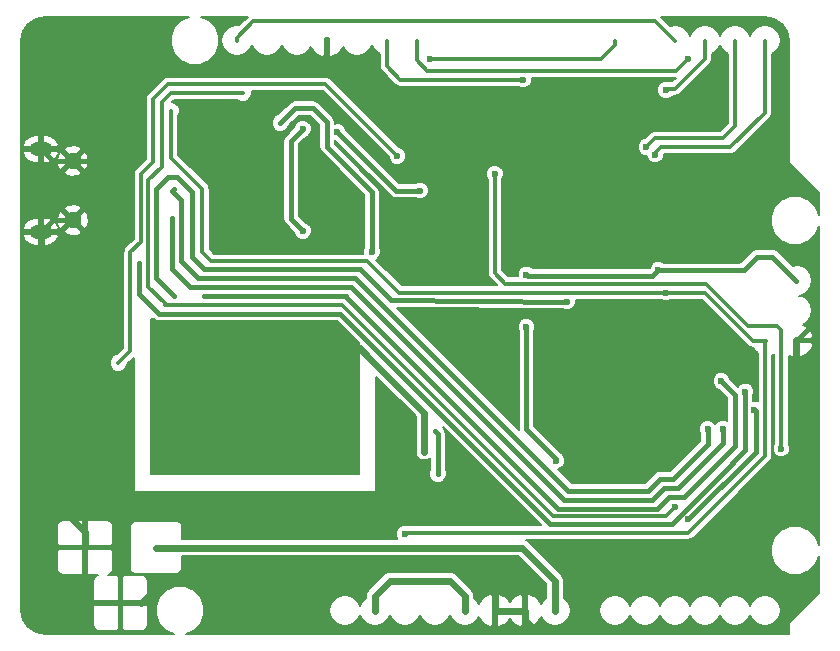
<source format=gbr>
G04 #@! TF.FileFunction,Copper,L2,Bot,Signal*
%FSLAX46Y46*%
G04 Gerber Fmt 4.6, Leading zero omitted, Abs format (unit mm)*
G04 Created by KiCad (PCBNEW 4.0.7) date 09/19/18 21:44:26*
%MOMM*%
%LPD*%
G01*
G04 APERTURE LIST*
%ADD10C,0.100000*%
%ADD11C,1.450000*%
%ADD12O,1.900000X1.200000*%
%ADD13C,0.600000*%
%ADD14C,0.304800*%
%ADD15C,0.609600*%
%ADD16C,0.406400*%
%ADD17C,0.200000*%
G04 APERTURE END LIST*
D10*
D11*
X111570000Y-88940000D03*
X111570000Y-93940000D03*
D12*
X108870000Y-87940000D03*
X108870000Y-94940000D03*
D13*
X149733000Y-82042000D03*
X141859000Y-80264000D03*
X136906000Y-96647000D03*
X157480000Y-109220000D03*
X160147000Y-109220000D03*
X154305000Y-109093000D03*
X157353000Y-112903000D03*
X157480000Y-105220000D03*
X168719500Y-96583500D03*
X161798000Y-97409000D03*
X162560000Y-118237000D03*
X168529000Y-108458000D03*
X163703000Y-80264000D03*
X171577000Y-113284000D03*
X147320000Y-90043000D03*
X161798000Y-82931000D03*
X160147000Y-87757000D03*
X160909000Y-88392000D03*
X166497000Y-107569000D03*
X153416000Y-100838000D03*
X139700000Y-120523000D03*
X161798000Y-100076000D03*
X166624000Y-111633000D03*
X165354000Y-111633000D03*
X152527000Y-114300000D03*
X149987000Y-98552000D03*
X149987000Y-102997000D03*
X169291000Y-109982000D03*
X163703000Y-119253000D03*
X161163000Y-98171000D03*
X133985000Y-86487000D03*
X140970000Y-91440000D03*
X139065000Y-88519000D03*
X131064000Y-86233000D03*
X131064000Y-94869000D03*
D14*
X160909000Y-77089000D02*
X162560000Y-78740000D01*
X126873000Y-77089000D02*
X160909000Y-77089000D01*
X125476000Y-78486000D02*
X126873000Y-77089000D01*
X125476000Y-78740000D02*
X125476000Y-78486000D01*
D15*
X144780000Y-127000000D02*
X144780000Y-125730000D01*
X137160000Y-125730000D02*
X137160000Y-127000000D01*
X138430000Y-124460000D02*
X137160000Y-125730000D01*
X143510000Y-124460000D02*
X138430000Y-124460000D01*
X144780000Y-125730000D02*
X143510000Y-124460000D01*
X118618000Y-121666000D02*
X149606000Y-121666000D01*
X152400000Y-124460000D02*
X152400000Y-127000000D01*
X149606000Y-121666000D02*
X152400000Y-124460000D01*
D14*
X138176000Y-78740000D02*
X138176000Y-80899000D01*
X139319000Y-82042000D02*
X149733000Y-82042000D01*
X138176000Y-80899000D02*
X139319000Y-82042000D01*
X156337000Y-80264000D02*
X157480000Y-79121000D01*
X153924000Y-80264000D02*
X156337000Y-80264000D01*
X141859000Y-80264000D02*
X153924000Y-80264000D01*
X157480000Y-79121000D02*
X157480000Y-78740000D01*
D15*
X136525000Y-105410000D02*
X141351000Y-110236000D01*
X141351000Y-110236000D02*
X141351000Y-113538000D01*
X127000000Y-105410000D02*
X127635000Y-104775000D01*
X127635000Y-104775000D02*
X132715000Y-104775000D01*
X127000000Y-109220000D02*
X127000000Y-106172000D01*
X127000000Y-106172000D02*
X127000000Y-105410000D01*
X135890000Y-104775000D02*
X132715000Y-104775000D01*
X136525000Y-105410000D02*
X135890000Y-104775000D01*
X127254000Y-113030000D02*
X132715000Y-113030000D01*
X121285000Y-109220000D02*
X121285000Y-106045000D01*
X123952000Y-113030000D02*
X127254000Y-113030000D01*
X123850000Y-106172000D02*
X123952000Y-106172000D01*
D16*
X142494000Y-112014000D02*
X142494000Y-115443000D01*
X142240000Y-111760000D02*
X142494000Y-112014000D01*
X133096000Y-85598000D02*
X133096000Y-87757000D01*
X133096000Y-87757000D02*
X136906000Y-91567000D01*
X136906000Y-91567000D02*
X136906000Y-96647000D01*
X131953000Y-84455000D02*
X133096000Y-85598000D01*
X130429000Y-84455000D02*
X131953000Y-84455000D01*
X129159000Y-85725000D02*
X130429000Y-84455000D01*
X157480000Y-105220000D02*
X157480000Y-105283000D01*
X111570000Y-88940000D02*
X117054000Y-88940000D01*
X117475000Y-83439000D02*
X119380000Y-81534000D01*
X117475000Y-88519000D02*
X117475000Y-83439000D01*
X117054000Y-88940000D02*
X117475000Y-88519000D01*
X169418000Y-95885000D02*
X168719500Y-96583500D01*
X168719500Y-96583500D02*
X167894000Y-97409000D01*
X167894000Y-97409000D02*
X161798000Y-97409000D01*
X171196000Y-95885000D02*
X172466000Y-97155000D01*
X172466000Y-97155000D02*
X173482000Y-97155000D01*
X173482000Y-97155000D02*
X174498000Y-98171000D01*
X174498000Y-98171000D02*
X174498000Y-102489000D01*
X172847000Y-104140000D02*
X174498000Y-102489000D01*
X171196000Y-95885000D02*
X169418000Y-95885000D01*
D15*
X149860000Y-127000000D02*
X149860000Y-127762000D01*
X149860000Y-127762000D02*
X150749000Y-128651000D01*
X150749000Y-128651000D02*
X153162000Y-128651000D01*
X153162000Y-128651000D02*
X157607000Y-124206000D01*
X157607000Y-124206000D02*
X164465000Y-124206000D01*
X164465000Y-124206000D02*
X172847000Y-115824000D01*
X172847000Y-115824000D02*
X172847000Y-104140000D01*
X147320000Y-127000000D02*
X149860000Y-127000000D01*
X117347000Y-126366000D02*
X119253000Y-124460000D01*
X147320000Y-124079000D02*
X147320000Y-127000000D01*
X146177000Y-122936000D02*
X147320000Y-124079000D01*
X125984000Y-122936000D02*
X146177000Y-122936000D01*
X124460000Y-124460000D02*
X125984000Y-122936000D01*
X119253000Y-124460000D02*
X124460000Y-124460000D01*
D16*
X133096000Y-80518000D02*
X133096000Y-78740000D01*
X119380000Y-81534000D02*
X132080000Y-81534000D01*
X132080000Y-81534000D02*
X133096000Y-80518000D01*
D15*
X112618000Y-121666000D02*
X112618000Y-120365000D01*
X112618000Y-120365000D02*
X108870000Y-116617000D01*
X108870000Y-116617000D02*
X108870000Y-94940000D01*
D16*
X111570000Y-88940000D02*
X109870000Y-88940000D01*
X109870000Y-88940000D02*
X108870000Y-87940000D01*
X111570000Y-93940000D02*
X109870000Y-93940000D01*
X109870000Y-93940000D02*
X108870000Y-94940000D01*
D14*
X134366000Y-101092000D02*
X152273000Y-118999000D01*
X152273000Y-118999000D02*
X161798000Y-118999000D01*
X161798000Y-118999000D02*
X162560000Y-118237000D01*
X134366000Y-101092000D02*
X133731000Y-101092000D01*
X119380000Y-101092000D02*
X119380000Y-100965000D01*
X119888000Y-83185000D02*
X125984000Y-83185000D01*
X119126000Y-83947000D02*
X119888000Y-83185000D01*
X119380000Y-100965000D02*
X117983000Y-99568000D01*
X117983000Y-99568000D02*
X117983000Y-90551000D01*
X117983000Y-90551000D02*
X119126000Y-89408000D01*
X119126000Y-89408000D02*
X119126000Y-83947000D01*
X133731000Y-101092000D02*
X119380000Y-101092000D01*
D16*
X118872000Y-101854000D02*
X134239000Y-101854000D01*
X168529000Y-113411000D02*
X166370000Y-115570000D01*
X168529000Y-108458000D02*
X168529000Y-113411000D01*
X117221000Y-100203000D02*
X117221000Y-97536000D01*
X118872000Y-101854000D02*
X117221000Y-100203000D01*
X162306000Y-119634000D02*
X166370000Y-115570000D01*
X152019000Y-119634000D02*
X162306000Y-119634000D01*
X134239000Y-101854000D02*
X152019000Y-119634000D01*
D14*
X140716000Y-78740000D02*
X140716000Y-80391000D01*
X162687000Y-81280000D02*
X163703000Y-80264000D01*
X141605000Y-81280000D02*
X162687000Y-81280000D01*
X140716000Y-80391000D02*
X141605000Y-81280000D01*
X154051000Y-99314000D02*
X148209000Y-99314000D01*
X169672000Y-102870000D02*
X171196000Y-102870000D01*
X171196000Y-102870000D02*
X171577000Y-103251000D01*
X171577000Y-103251000D02*
X171577000Y-109728000D01*
X171577000Y-109728000D02*
X171577000Y-113284000D01*
X154051000Y-99314000D02*
X165227000Y-99314000D01*
X165227000Y-99314000D02*
X168783000Y-102870000D01*
X168783000Y-102870000D02*
X169672000Y-102870000D01*
X147320000Y-98425000D02*
X147320000Y-90043000D01*
X148209000Y-99314000D02*
X147320000Y-98425000D01*
X165100000Y-80264000D02*
X165100000Y-78740000D01*
X162560000Y-82804000D02*
X165100000Y-80264000D01*
X161925000Y-82804000D02*
X162560000Y-82804000D01*
X161798000Y-82931000D02*
X161925000Y-82804000D01*
X166624000Y-86995000D02*
X167640000Y-85979000D01*
X160909000Y-86995000D02*
X166624000Y-86995000D01*
X160147000Y-87757000D02*
X160909000Y-86995000D01*
X167640000Y-78740000D02*
X167640000Y-85979000D01*
X160909000Y-88392000D02*
X160909000Y-88265000D01*
X170180000Y-84836000D02*
X170180000Y-78740000D01*
X167259000Y-87757000D02*
X170180000Y-84836000D01*
X161417000Y-87757000D02*
X167259000Y-87757000D01*
X160909000Y-88265000D02*
X161417000Y-87757000D01*
D16*
X135890000Y-101600000D02*
X134620000Y-100330000D01*
X167640000Y-113030000D02*
X163322000Y-117348000D01*
X163322000Y-117348000D02*
X162052000Y-117348000D01*
X162052000Y-117348000D02*
X161036000Y-118364000D01*
X161036000Y-118364000D02*
X152654000Y-118364000D01*
X152654000Y-118364000D02*
X135890000Y-101600000D01*
X167640000Y-112141000D02*
X167640000Y-108712000D01*
X167640000Y-108712000D02*
X166497000Y-107569000D01*
X167640000Y-112141000D02*
X167640000Y-113030000D01*
X134620000Y-100330000D02*
X134747000Y-100330000D01*
X123444000Y-100330000D02*
X122682000Y-100330000D01*
X134747000Y-100330000D02*
X130302000Y-100330000D01*
X123444000Y-100330000D02*
X130302000Y-100330000D01*
X138557000Y-100711000D02*
X153416000Y-100838000D01*
X138557000Y-100711000D02*
X138176000Y-100330000D01*
X131826000Y-98044000D02*
X122682000Y-98044000D01*
X138557000Y-100711000D02*
X138176000Y-100330000D01*
X138176000Y-100330000D02*
X135890000Y-98044000D01*
X135890000Y-98044000D02*
X131826000Y-98044000D01*
X119634000Y-90297000D02*
X118618000Y-91313000D01*
X120396000Y-90297000D02*
X119634000Y-90297000D01*
X121666000Y-91567000D02*
X120396000Y-90297000D01*
X121666000Y-97028000D02*
X121666000Y-91567000D01*
X122682000Y-98044000D02*
X121666000Y-97028000D01*
X118618000Y-98806000D02*
X118618000Y-91313000D01*
X120142000Y-100330000D02*
X118618000Y-98806000D01*
D14*
X153670000Y-100076000D02*
X139192000Y-100076000D01*
X161798000Y-100076000D02*
X153670000Y-100076000D01*
X136525000Y-97409000D02*
X136271000Y-97409000D01*
X139192000Y-100076000D02*
X136525000Y-97409000D01*
X132334000Y-97409000D02*
X123317000Y-97409000D01*
X136271000Y-97409000D02*
X132334000Y-97409000D01*
X123317000Y-97409000D02*
X122555000Y-96647000D01*
X122555000Y-96647000D02*
X122555000Y-91313000D01*
X122555000Y-91313000D02*
X119888000Y-88646000D01*
X119888000Y-88646000D02*
X119888000Y-84709000D01*
X170180000Y-104267000D02*
X170180000Y-113919000D01*
X139700000Y-120523000D02*
X139827000Y-120396000D01*
X139827000Y-120396000D02*
X163703000Y-120396000D01*
X163703000Y-120396000D02*
X170180000Y-113919000D01*
X170180000Y-104267000D02*
X170307000Y-104140000D01*
X169164000Y-104140000D02*
X170307000Y-104140000D01*
X165100000Y-100076000D02*
X169164000Y-104140000D01*
X161798000Y-100076000D02*
X165100000Y-100076000D01*
D16*
X166624000Y-111633000D02*
X166624000Y-112776000D01*
X135128000Y-99568000D02*
X135001000Y-99568000D01*
X153162000Y-117602000D02*
X135128000Y-99568000D01*
X160655000Y-117602000D02*
X153162000Y-117602000D01*
X161671000Y-116586000D02*
X160655000Y-117602000D01*
X162814000Y-116586000D02*
X161671000Y-116586000D01*
X166624000Y-112776000D02*
X162814000Y-116586000D01*
X124079000Y-99568000D02*
X121539000Y-99568000D01*
X135001000Y-99568000D02*
X130556000Y-99568000D01*
X130556000Y-99568000D02*
X124079000Y-99568000D01*
X120015000Y-98044000D02*
X120015000Y-93726000D01*
X121539000Y-99568000D02*
X120015000Y-98044000D01*
X162433000Y-115824000D02*
X161290000Y-115824000D01*
X165354000Y-111633000D02*
X165354000Y-112903000D01*
X135509000Y-98806000D02*
X135255000Y-98806000D01*
X153543000Y-116840000D02*
X135509000Y-98806000D01*
X160274000Y-116840000D02*
X153543000Y-116840000D01*
X161290000Y-115824000D02*
X160274000Y-116840000D01*
X165354000Y-112903000D02*
X162433000Y-115824000D01*
X131318000Y-98806000D02*
X122174000Y-98806000D01*
X135255000Y-98806000D02*
X131318000Y-98806000D01*
X120777000Y-92202000D02*
X120015000Y-91440000D01*
X120777000Y-97409000D02*
X120777000Y-92202000D01*
X122174000Y-98806000D02*
X120777000Y-97409000D01*
X120142000Y-91313000D02*
X120015000Y-91440000D01*
X149987000Y-104902000D02*
X149987000Y-102997000D01*
X149987000Y-104902000D02*
X149987000Y-110871000D01*
X149987000Y-110871000D02*
X149987000Y-111633000D01*
X149987000Y-111633000D02*
X152527000Y-114173000D01*
X152527000Y-114173000D02*
X152527000Y-114300000D01*
X150114000Y-98679000D02*
X154559000Y-98679000D01*
X149987000Y-98552000D02*
X150114000Y-98679000D01*
X169418000Y-113538000D02*
X163703000Y-119253000D01*
X169418000Y-110109000D02*
X169418000Y-113538000D01*
X169418000Y-110109000D02*
X169291000Y-109982000D01*
X160655000Y-98679000D02*
X161163000Y-98171000D01*
X154559000Y-98679000D02*
X160655000Y-98679000D01*
X161163000Y-98171000D02*
X168402000Y-98171000D01*
X170815000Y-97028000D02*
X172847000Y-99060000D01*
X169545000Y-97028000D02*
X170815000Y-97028000D01*
X168402000Y-98171000D02*
X169545000Y-97028000D01*
X140970000Y-91440000D02*
X138938000Y-91440000D01*
X138938000Y-91440000D02*
X133985000Y-86487000D01*
D14*
X118364000Y-83693000D02*
X119634000Y-82423000D01*
X118364000Y-89027000D02*
X118364000Y-83693000D01*
X117348000Y-90043000D02*
X118364000Y-89027000D01*
X117348000Y-95758000D02*
X117348000Y-90043000D01*
X116459000Y-96647000D02*
X117348000Y-95758000D01*
X116459000Y-105029000D02*
X116459000Y-96647000D01*
X115443000Y-106045000D02*
X116459000Y-105029000D01*
X132969000Y-82423000D02*
X139065000Y-88519000D01*
X119634000Y-82423000D02*
X132969000Y-82423000D01*
D16*
X130048000Y-87249000D02*
X131064000Y-86233000D01*
X130048000Y-93853000D02*
X130048000Y-87249000D01*
X131064000Y-94869000D02*
X130048000Y-93853000D01*
D17*
G36*
X118622031Y-102457478D02*
X118872000Y-102507200D01*
X133968436Y-102507200D01*
X135790000Y-104328764D01*
X135790000Y-115470000D01*
X118210000Y-115470000D01*
X118210000Y-102335000D01*
X118438730Y-102335000D01*
X118622031Y-102457478D01*
X118622031Y-102457478D01*
G37*
X118622031Y-102457478D02*
X118872000Y-102507200D01*
X133968436Y-102507200D01*
X135790000Y-104328764D01*
X135790000Y-115470000D01*
X118210000Y-115470000D01*
X118210000Y-102335000D01*
X118438730Y-102335000D01*
X118622031Y-102457478D01*
G36*
X120760285Y-77001081D02*
X120183108Y-77577252D01*
X119870357Y-78330441D01*
X119869645Y-79145981D01*
X120181081Y-79899715D01*
X120757252Y-80476892D01*
X121510441Y-80789643D01*
X122325981Y-80790355D01*
X123079715Y-80478919D01*
X123656892Y-79902748D01*
X123969643Y-79149559D01*
X123970355Y-78334019D01*
X123658919Y-77580285D01*
X123082748Y-77003108D01*
X122412989Y-76725000D01*
X126385078Y-76725000D01*
X125653492Y-77456586D01*
X125501735Y-77426400D01*
X125450265Y-77426400D01*
X124947572Y-77526392D01*
X124521410Y-77811145D01*
X124236657Y-78237307D01*
X124136665Y-78740000D01*
X124236657Y-79242693D01*
X124521410Y-79668855D01*
X124947572Y-79953608D01*
X125450265Y-80053600D01*
X125501735Y-80053600D01*
X126004428Y-79953608D01*
X126430590Y-79668855D01*
X126715343Y-79242693D01*
X126746000Y-79088570D01*
X126776657Y-79242693D01*
X127061410Y-79668855D01*
X127487572Y-79953608D01*
X127990265Y-80053600D01*
X128041735Y-80053600D01*
X128544428Y-79953608D01*
X128970590Y-79668855D01*
X129255343Y-79242693D01*
X129286000Y-79088570D01*
X129316657Y-79242693D01*
X129601410Y-79668855D01*
X130027572Y-79953608D01*
X130530265Y-80053600D01*
X130581735Y-80053600D01*
X131084428Y-79953608D01*
X131510590Y-79668855D01*
X131751900Y-79307710D01*
X131821459Y-79475654D01*
X132200000Y-79907402D01*
X132714949Y-80161423D01*
X132942000Y-80051532D01*
X132942000Y-78894000D01*
X132922000Y-78894000D01*
X132922000Y-78586000D01*
X132942000Y-78586000D01*
X132942000Y-78566000D01*
X133250000Y-78566000D01*
X133250000Y-78586000D01*
X133270000Y-78586000D01*
X133270000Y-78894000D01*
X133250000Y-78894000D01*
X133250000Y-80051532D01*
X133477051Y-80161423D01*
X133992000Y-79907402D01*
X134370541Y-79475654D01*
X134440100Y-79307710D01*
X134681410Y-79668855D01*
X135107572Y-79953608D01*
X135610265Y-80053600D01*
X135661735Y-80053600D01*
X136164428Y-79953608D01*
X136590590Y-79668855D01*
X136875343Y-79242693D01*
X136906000Y-79088570D01*
X136936657Y-79242693D01*
X137221410Y-79668855D01*
X137573600Y-79904181D01*
X137573600Y-80899000D01*
X137619455Y-81129529D01*
X137750039Y-81324961D01*
X138893039Y-82467961D01*
X139088471Y-82598545D01*
X139319000Y-82644400D01*
X149274615Y-82644400D01*
X149307605Y-82677448D01*
X149583161Y-82791869D01*
X149881530Y-82792130D01*
X150157286Y-82678189D01*
X150368448Y-82467395D01*
X150482869Y-82191839D01*
X150483130Y-81893470D01*
X150478556Y-81882400D01*
X162629678Y-81882400D01*
X162310478Y-82201600D01*
X161997134Y-82201600D01*
X161947839Y-82181131D01*
X161649470Y-82180870D01*
X161373714Y-82294811D01*
X161162552Y-82505605D01*
X161048131Y-82781161D01*
X161047870Y-83079530D01*
X161161811Y-83355286D01*
X161372605Y-83566448D01*
X161648161Y-83680869D01*
X161946530Y-83681130D01*
X162222286Y-83567189D01*
X162383356Y-83406400D01*
X162560000Y-83406400D01*
X162790529Y-83360545D01*
X162985961Y-83229961D01*
X165525961Y-80689961D01*
X165656544Y-80494529D01*
X165656545Y-80494528D01*
X165702400Y-80264000D01*
X165702400Y-79904181D01*
X166054590Y-79668855D01*
X166339343Y-79242693D01*
X166370000Y-79088570D01*
X166400657Y-79242693D01*
X166685410Y-79668855D01*
X167037600Y-79904181D01*
X167037600Y-85729478D01*
X166374478Y-86392600D01*
X160909000Y-86392600D01*
X160678471Y-86438455D01*
X160483039Y-86569039D01*
X160045167Y-87006911D01*
X159998470Y-87006870D01*
X159722714Y-87120811D01*
X159511552Y-87331605D01*
X159397131Y-87607161D01*
X159396870Y-87905530D01*
X159510811Y-88181286D01*
X159721605Y-88392448D01*
X159997161Y-88506869D01*
X160158899Y-88507010D01*
X160158870Y-88540530D01*
X160272811Y-88816286D01*
X160483605Y-89027448D01*
X160759161Y-89141869D01*
X161057530Y-89142130D01*
X161333286Y-89028189D01*
X161544448Y-88817395D01*
X161658869Y-88541839D01*
X161659022Y-88366900D01*
X161666522Y-88359400D01*
X167259000Y-88359400D01*
X167489529Y-88313545D01*
X167684961Y-88182961D01*
X170605961Y-85261961D01*
X170736545Y-85066529D01*
X170782400Y-84836000D01*
X170782400Y-79904181D01*
X171134590Y-79668855D01*
X171419343Y-79242693D01*
X171519335Y-78740000D01*
X171419343Y-78237307D01*
X171134590Y-77811145D01*
X170708428Y-77526392D01*
X170205735Y-77426400D01*
X170154265Y-77426400D01*
X169651572Y-77526392D01*
X169225410Y-77811145D01*
X168940657Y-78237307D01*
X168910000Y-78391430D01*
X168879343Y-78237307D01*
X168594590Y-77811145D01*
X168168428Y-77526392D01*
X167665735Y-77426400D01*
X167614265Y-77426400D01*
X167111572Y-77526392D01*
X166685410Y-77811145D01*
X166400657Y-78237307D01*
X166370000Y-78391430D01*
X166339343Y-78237307D01*
X166054590Y-77811145D01*
X165628428Y-77526392D01*
X165125735Y-77426400D01*
X165074265Y-77426400D01*
X164571572Y-77526392D01*
X164145410Y-77811145D01*
X163860657Y-78237307D01*
X163830000Y-78391430D01*
X163799343Y-78237307D01*
X163514590Y-77811145D01*
X163088428Y-77526392D01*
X162585735Y-77426400D01*
X162534265Y-77426400D01*
X162170650Y-77498728D01*
X161396922Y-76725000D01*
X170128294Y-76725000D01*
X170947171Y-76887885D01*
X171597548Y-77322453D01*
X172032115Y-77972829D01*
X172195000Y-78791706D01*
X172195000Y-88900000D01*
X172234963Y-89100909D01*
X172348769Y-89271231D01*
X174735000Y-91657462D01*
X174735000Y-93488453D01*
X174458919Y-92820285D01*
X173882748Y-92243108D01*
X173129559Y-91930357D01*
X172314019Y-91929645D01*
X171560285Y-92241081D01*
X170983108Y-92817252D01*
X170670357Y-93570441D01*
X170669645Y-94385981D01*
X170981081Y-95139715D01*
X171557252Y-95716892D01*
X172310441Y-96029643D01*
X173125981Y-96030355D01*
X173879715Y-95718919D01*
X174456892Y-95142748D01*
X174735000Y-94472989D01*
X174735000Y-121428453D01*
X174458919Y-120760285D01*
X173882748Y-120183108D01*
X173129559Y-119870357D01*
X172314019Y-119869645D01*
X171560285Y-120181081D01*
X170983108Y-120757252D01*
X170670357Y-121510441D01*
X170669645Y-122325981D01*
X170981081Y-123079715D01*
X171557252Y-123656892D01*
X172310441Y-123969643D01*
X173125981Y-123970355D01*
X173879715Y-123658919D01*
X174456892Y-123082748D01*
X174735000Y-122412989D01*
X174735000Y-125512538D01*
X172348769Y-127898769D01*
X172234963Y-128069091D01*
X172195000Y-128270000D01*
X172195000Y-129015000D01*
X121141547Y-129015000D01*
X121809715Y-128738919D01*
X122386892Y-128162748D01*
X122699643Y-127409559D01*
X122700000Y-127000000D01*
X133280665Y-127000000D01*
X133380657Y-127502693D01*
X133665410Y-127928855D01*
X134091572Y-128213608D01*
X134594265Y-128313600D01*
X134645735Y-128313600D01*
X135148428Y-128213608D01*
X135574590Y-127928855D01*
X135859343Y-127502693D01*
X135890000Y-127348570D01*
X135920657Y-127502693D01*
X136205410Y-127928855D01*
X136631572Y-128213608D01*
X137134265Y-128313600D01*
X137185735Y-128313600D01*
X137688428Y-128213608D01*
X138114590Y-127928855D01*
X138399343Y-127502693D01*
X138430000Y-127348570D01*
X138460657Y-127502693D01*
X138745410Y-127928855D01*
X139171572Y-128213608D01*
X139674265Y-128313600D01*
X139725735Y-128313600D01*
X140228428Y-128213608D01*
X140654590Y-127928855D01*
X140939343Y-127502693D01*
X140970000Y-127348570D01*
X141000657Y-127502693D01*
X141285410Y-127928855D01*
X141711572Y-128213608D01*
X142214265Y-128313600D01*
X142265735Y-128313600D01*
X142768428Y-128213608D01*
X143194590Y-127928855D01*
X143479343Y-127502693D01*
X143510000Y-127348570D01*
X143540657Y-127502693D01*
X143825410Y-127928855D01*
X144251572Y-128213608D01*
X144754265Y-128313600D01*
X144805735Y-128313600D01*
X145308428Y-128213608D01*
X145734590Y-127928855D01*
X145975900Y-127567710D01*
X146045459Y-127735654D01*
X146424000Y-128167402D01*
X146938949Y-128421423D01*
X147166000Y-128311532D01*
X147166000Y-127154000D01*
X147474000Y-127154000D01*
X147474000Y-128311532D01*
X147701051Y-128421423D01*
X148216000Y-128167402D01*
X148590000Y-127740833D01*
X148964000Y-128167402D01*
X149478949Y-128421423D01*
X149706000Y-128311532D01*
X149706000Y-127154000D01*
X147474000Y-127154000D01*
X147166000Y-127154000D01*
X147146000Y-127154000D01*
X147146000Y-126846000D01*
X147166000Y-126846000D01*
X147166000Y-125688468D01*
X147474000Y-125688468D01*
X147474000Y-126846000D01*
X149706000Y-126846000D01*
X149706000Y-125688468D01*
X149478949Y-125578577D01*
X148964000Y-125832598D01*
X148590000Y-126259167D01*
X148216000Y-125832598D01*
X147701051Y-125578577D01*
X147474000Y-125688468D01*
X147166000Y-125688468D01*
X146938949Y-125578577D01*
X146424000Y-125832598D01*
X146045459Y-126264346D01*
X145975900Y-126432290D01*
X145734590Y-126071145D01*
X145534800Y-125937649D01*
X145534800Y-125730000D01*
X145504680Y-125578577D01*
X145477344Y-125441150D01*
X145313724Y-125196276D01*
X144043724Y-123926276D01*
X143798850Y-123762656D01*
X143510000Y-123705200D01*
X138430000Y-123705200D01*
X138141150Y-123762656D01*
X137896276Y-123926276D01*
X136626276Y-125196276D01*
X136462656Y-125441150D01*
X136435320Y-125578577D01*
X136405200Y-125730000D01*
X136405200Y-125937649D01*
X136205410Y-126071145D01*
X135920657Y-126497307D01*
X135890000Y-126651430D01*
X135859343Y-126497307D01*
X135574590Y-126071145D01*
X135148428Y-125786392D01*
X134645735Y-125686400D01*
X134594265Y-125686400D01*
X134091572Y-125786392D01*
X133665410Y-126071145D01*
X133380657Y-126497307D01*
X133280665Y-127000000D01*
X122700000Y-127000000D01*
X122700355Y-126594019D01*
X122388919Y-125840285D01*
X121812748Y-125263108D01*
X121059559Y-124950357D01*
X120244019Y-124949645D01*
X119490285Y-125261081D01*
X118913108Y-125837252D01*
X118600357Y-126590441D01*
X118599645Y-127405981D01*
X118911081Y-128159715D01*
X119487252Y-128736892D01*
X120157011Y-129015000D01*
X109271706Y-129015000D01*
X108452829Y-128852115D01*
X107802453Y-128417548D01*
X107367885Y-127767171D01*
X107205000Y-126948294D01*
X107205000Y-126672000D01*
X113260000Y-126672000D01*
X113260000Y-128236938D01*
X113352562Y-128460404D01*
X113523595Y-128631437D01*
X113747061Y-128724000D01*
X115312000Y-128724000D01*
X115464000Y-128572000D01*
X115464000Y-126520000D01*
X115772000Y-126520000D01*
X115772000Y-128572000D01*
X115924000Y-128724000D01*
X117488939Y-128724000D01*
X117712405Y-128631437D01*
X117883438Y-128460404D01*
X117976000Y-128236938D01*
X117976000Y-126672000D01*
X117824000Y-126520000D01*
X115772000Y-126520000D01*
X115464000Y-126520000D01*
X113412000Y-126520000D01*
X113260000Y-126672000D01*
X107205000Y-126672000D01*
X107205000Y-121972000D01*
X110260000Y-121972000D01*
X110260000Y-123536938D01*
X110352562Y-123760404D01*
X110523595Y-123931437D01*
X110747061Y-124024000D01*
X112312000Y-124024000D01*
X112464000Y-123872000D01*
X112464000Y-121820000D01*
X112772000Y-121820000D01*
X112772000Y-123872000D01*
X112924000Y-124024000D01*
X113708434Y-124024000D01*
X113523595Y-124100563D01*
X113352562Y-124271596D01*
X113260000Y-124495062D01*
X113260000Y-126060000D01*
X113412000Y-126212000D01*
X115464000Y-126212000D01*
X115464000Y-124160000D01*
X115772000Y-124160000D01*
X115772000Y-126212000D01*
X117824000Y-126212000D01*
X117976000Y-126060000D01*
X117976000Y-124495062D01*
X117883438Y-124271596D01*
X117712405Y-124100563D01*
X117488939Y-124008000D01*
X115924000Y-124008000D01*
X115772000Y-124160000D01*
X115464000Y-124160000D01*
X115312000Y-124008000D01*
X114527566Y-124008000D01*
X114712405Y-123931437D01*
X114883438Y-123760404D01*
X114976000Y-123536938D01*
X114976000Y-121972000D01*
X114824000Y-121820000D01*
X112772000Y-121820000D01*
X112464000Y-121820000D01*
X110412000Y-121820000D01*
X110260000Y-121972000D01*
X107205000Y-121972000D01*
X107205000Y-119795062D01*
X110260000Y-119795062D01*
X110260000Y-121360000D01*
X110412000Y-121512000D01*
X112464000Y-121512000D01*
X112464000Y-119460000D01*
X112772000Y-119460000D01*
X112772000Y-121512000D01*
X114824000Y-121512000D01*
X114976000Y-121360000D01*
X114976000Y-119795062D01*
X114883438Y-119571596D01*
X114712405Y-119400563D01*
X114488939Y-119308000D01*
X112924000Y-119308000D01*
X112772000Y-119460000D01*
X112464000Y-119460000D01*
X112312000Y-119308000D01*
X110747061Y-119308000D01*
X110523595Y-119400563D01*
X110352562Y-119571596D01*
X110260000Y-119795062D01*
X107205000Y-119795062D01*
X107205000Y-106193530D01*
X114692870Y-106193530D01*
X114806811Y-106469286D01*
X115017605Y-106680448D01*
X115293161Y-106794869D01*
X115591530Y-106795130D01*
X115867286Y-106681189D01*
X116078448Y-106470395D01*
X116192869Y-106194839D01*
X116192911Y-106147011D01*
X116740000Y-105599922D01*
X116740000Y-116840000D01*
X116747879Y-116878906D01*
X116770273Y-116911681D01*
X116803654Y-116933161D01*
X116840000Y-116940000D01*
X137160000Y-116940000D01*
X137198906Y-116932121D01*
X137231681Y-116909727D01*
X137253161Y-116876346D01*
X137260000Y-116840000D01*
X137260000Y-107212448D01*
X140596200Y-110548648D01*
X140596200Y-113538000D01*
X140600979Y-113562025D01*
X140600870Y-113686530D01*
X140648835Y-113802614D01*
X140653656Y-113826849D01*
X140667264Y-113847216D01*
X140714811Y-113962286D01*
X140803547Y-114051177D01*
X140817276Y-114071724D01*
X140837644Y-114085333D01*
X140925605Y-114173448D01*
X141041604Y-114221615D01*
X141062151Y-114235344D01*
X141086176Y-114240123D01*
X141201161Y-114287869D01*
X141326763Y-114287979D01*
X141351000Y-114292800D01*
X141375025Y-114288021D01*
X141499530Y-114288130D01*
X141615614Y-114240165D01*
X141639849Y-114235344D01*
X141660216Y-114221736D01*
X141775286Y-114174189D01*
X141840800Y-114108789D01*
X141840800Y-115060357D01*
X141744131Y-115293161D01*
X141743870Y-115591530D01*
X141857811Y-115867286D01*
X142068605Y-116078448D01*
X142344161Y-116192869D01*
X142642530Y-116193130D01*
X142918286Y-116079189D01*
X143129448Y-115868395D01*
X143243869Y-115592839D01*
X143244130Y-115294470D01*
X143147200Y-115059883D01*
X143147200Y-112014000D01*
X143097478Y-111764031D01*
X142981364Y-111590254D01*
X142931985Y-111470749D01*
X151254836Y-119793600D01*
X139899134Y-119793600D01*
X139849839Y-119773131D01*
X139551470Y-119772870D01*
X139275714Y-119886811D01*
X139064552Y-120097605D01*
X138950131Y-120373161D01*
X138949870Y-120671530D01*
X139048900Y-120911200D01*
X120826816Y-120911200D01*
X120826816Y-119916000D01*
X120795438Y-119749240D01*
X120696883Y-119596081D01*
X120546505Y-119493332D01*
X120368000Y-119457184D01*
X116868000Y-119457184D01*
X116701240Y-119488562D01*
X116548081Y-119587117D01*
X116445332Y-119737495D01*
X116409184Y-119916000D01*
X116409184Y-123416000D01*
X116440562Y-123582760D01*
X116539117Y-123735919D01*
X116689495Y-123838668D01*
X116868000Y-123874816D01*
X120368000Y-123874816D01*
X120534760Y-123843438D01*
X120687919Y-123744883D01*
X120790668Y-123594505D01*
X120826816Y-123416000D01*
X120826816Y-122420800D01*
X149293352Y-122420800D01*
X151645200Y-124772648D01*
X151645200Y-125937649D01*
X151445410Y-126071145D01*
X151204100Y-126432290D01*
X151134541Y-126264346D01*
X150756000Y-125832598D01*
X150241051Y-125578577D01*
X150014000Y-125688468D01*
X150014000Y-126846000D01*
X150034000Y-126846000D01*
X150034000Y-127154000D01*
X150014000Y-127154000D01*
X150014000Y-128311532D01*
X150241051Y-128421423D01*
X150756000Y-128167402D01*
X151134541Y-127735654D01*
X151204100Y-127567710D01*
X151445410Y-127928855D01*
X151871572Y-128213608D01*
X152374265Y-128313600D01*
X152425735Y-128313600D01*
X152928428Y-128213608D01*
X153354590Y-127928855D01*
X153639343Y-127502693D01*
X153739335Y-127000000D01*
X156140665Y-127000000D01*
X156240657Y-127502693D01*
X156525410Y-127928855D01*
X156951572Y-128213608D01*
X157454265Y-128313600D01*
X157505735Y-128313600D01*
X158008428Y-128213608D01*
X158434590Y-127928855D01*
X158719343Y-127502693D01*
X158750000Y-127348570D01*
X158780657Y-127502693D01*
X159065410Y-127928855D01*
X159491572Y-128213608D01*
X159994265Y-128313600D01*
X160045735Y-128313600D01*
X160548428Y-128213608D01*
X160974590Y-127928855D01*
X161259343Y-127502693D01*
X161290000Y-127348570D01*
X161320657Y-127502693D01*
X161605410Y-127928855D01*
X162031572Y-128213608D01*
X162534265Y-128313600D01*
X162585735Y-128313600D01*
X163088428Y-128213608D01*
X163514590Y-127928855D01*
X163799343Y-127502693D01*
X163830000Y-127348570D01*
X163860657Y-127502693D01*
X164145410Y-127928855D01*
X164571572Y-128213608D01*
X165074265Y-128313600D01*
X165125735Y-128313600D01*
X165628428Y-128213608D01*
X166054590Y-127928855D01*
X166339343Y-127502693D01*
X166370000Y-127348570D01*
X166400657Y-127502693D01*
X166685410Y-127928855D01*
X167111572Y-128213608D01*
X167614265Y-128313600D01*
X167665735Y-128313600D01*
X168168428Y-128213608D01*
X168594590Y-127928855D01*
X168879343Y-127502693D01*
X168910000Y-127348570D01*
X168940657Y-127502693D01*
X169225410Y-127928855D01*
X169651572Y-128213608D01*
X170154265Y-128313600D01*
X170205735Y-128313600D01*
X170708428Y-128213608D01*
X171134590Y-127928855D01*
X171419343Y-127502693D01*
X171519335Y-127000000D01*
X171419343Y-126497307D01*
X171134590Y-126071145D01*
X170708428Y-125786392D01*
X170205735Y-125686400D01*
X170154265Y-125686400D01*
X169651572Y-125786392D01*
X169225410Y-126071145D01*
X168940657Y-126497307D01*
X168910000Y-126651430D01*
X168879343Y-126497307D01*
X168594590Y-126071145D01*
X168168428Y-125786392D01*
X167665735Y-125686400D01*
X167614265Y-125686400D01*
X167111572Y-125786392D01*
X166685410Y-126071145D01*
X166400657Y-126497307D01*
X166370000Y-126651430D01*
X166339343Y-126497307D01*
X166054590Y-126071145D01*
X165628428Y-125786392D01*
X165125735Y-125686400D01*
X165074265Y-125686400D01*
X164571572Y-125786392D01*
X164145410Y-126071145D01*
X163860657Y-126497307D01*
X163830000Y-126651430D01*
X163799343Y-126497307D01*
X163514590Y-126071145D01*
X163088428Y-125786392D01*
X162585735Y-125686400D01*
X162534265Y-125686400D01*
X162031572Y-125786392D01*
X161605410Y-126071145D01*
X161320657Y-126497307D01*
X161290000Y-126651430D01*
X161259343Y-126497307D01*
X160974590Y-126071145D01*
X160548428Y-125786392D01*
X160045735Y-125686400D01*
X159994265Y-125686400D01*
X159491572Y-125786392D01*
X159065410Y-126071145D01*
X158780657Y-126497307D01*
X158750000Y-126651430D01*
X158719343Y-126497307D01*
X158434590Y-126071145D01*
X158008428Y-125786392D01*
X157505735Y-125686400D01*
X157454265Y-125686400D01*
X156951572Y-125786392D01*
X156525410Y-126071145D01*
X156240657Y-126497307D01*
X156140665Y-127000000D01*
X153739335Y-127000000D01*
X153639343Y-126497307D01*
X153354590Y-126071145D01*
X153154800Y-125937649D01*
X153154800Y-124460000D01*
X153097344Y-124171151D01*
X152933724Y-123926276D01*
X150139724Y-121132276D01*
X149939365Y-120998400D01*
X163703000Y-120998400D01*
X163933529Y-120952545D01*
X164128961Y-120821961D01*
X170605961Y-114344961D01*
X170644109Y-114287869D01*
X170736545Y-114149528D01*
X170782400Y-113919000D01*
X170782400Y-105364156D01*
X170835428Y-105353608D01*
X170974600Y-105260616D01*
X170974600Y-112825615D01*
X170941552Y-112858605D01*
X170827131Y-113134161D01*
X170826870Y-113432530D01*
X170940811Y-113708286D01*
X171151605Y-113919448D01*
X171427161Y-114033869D01*
X171725530Y-114034130D01*
X172001286Y-113920189D01*
X172212448Y-113709395D01*
X172326869Y-113433839D01*
X172327130Y-113135470D01*
X172213189Y-112859714D01*
X172179400Y-112825866D01*
X172179400Y-105420070D01*
X172465949Y-105561423D01*
X172693000Y-105451532D01*
X172693000Y-104294000D01*
X173001000Y-104294000D01*
X173001000Y-105451532D01*
X173228051Y-105561423D01*
X173743000Y-105307402D01*
X174121541Y-104875654D01*
X174268411Y-104521049D01*
X174157583Y-104294000D01*
X173001000Y-104294000D01*
X172693000Y-104294000D01*
X172673000Y-104294000D01*
X172673000Y-103986000D01*
X172693000Y-103986000D01*
X172693000Y-103966000D01*
X173001000Y-103966000D01*
X173001000Y-103986000D01*
X174157583Y-103986000D01*
X174268411Y-103758951D01*
X174121541Y-103404346D01*
X173743000Y-102972598D01*
X173394654Y-102800761D01*
X173801590Y-102528855D01*
X174086343Y-102102693D01*
X174186335Y-101600000D01*
X174086343Y-101097307D01*
X173801590Y-100671145D01*
X173375428Y-100386392D01*
X173091927Y-100330000D01*
X173375428Y-100273608D01*
X173801590Y-99988855D01*
X174086343Y-99562693D01*
X174186335Y-99060000D01*
X174086343Y-98557307D01*
X173801590Y-98131145D01*
X173375428Y-97846392D01*
X172872735Y-97746400D01*
X172821265Y-97746400D01*
X172517572Y-97806808D01*
X171276882Y-96566118D01*
X171064969Y-96424522D01*
X170815000Y-96374800D01*
X169545000Y-96374800D01*
X169295031Y-96424522D01*
X169083118Y-96566118D01*
X168131436Y-97517800D01*
X161545643Y-97517800D01*
X161312839Y-97421131D01*
X161014470Y-97420870D01*
X160738714Y-97534811D01*
X160527552Y-97745605D01*
X160430213Y-97980023D01*
X160384436Y-98025800D01*
X150521453Y-98025800D01*
X150412395Y-97916552D01*
X150136839Y-97802131D01*
X149838470Y-97801870D01*
X149562714Y-97915811D01*
X149351552Y-98126605D01*
X149237131Y-98402161D01*
X149236870Y-98700530D01*
X149241444Y-98711600D01*
X148458522Y-98711600D01*
X147922400Y-98175478D01*
X147922400Y-90501385D01*
X147955448Y-90468395D01*
X148069869Y-90192839D01*
X148070130Y-89894470D01*
X147956189Y-89618714D01*
X147745395Y-89407552D01*
X147469839Y-89293131D01*
X147171470Y-89292870D01*
X146895714Y-89406811D01*
X146684552Y-89617605D01*
X146570131Y-89893161D01*
X146569870Y-90191530D01*
X146683811Y-90467286D01*
X146717600Y-90501134D01*
X146717600Y-98425000D01*
X146763455Y-98655529D01*
X146894039Y-98850961D01*
X147516678Y-99473600D01*
X139441522Y-99473600D01*
X137274260Y-97306338D01*
X137330286Y-97283189D01*
X137541448Y-97072395D01*
X137655869Y-96796839D01*
X137656130Y-96498470D01*
X137559200Y-96263883D01*
X137559200Y-91567000D01*
X137509478Y-91317031D01*
X137367882Y-91105118D01*
X133749200Y-87486436D01*
X133749200Y-87201175D01*
X133794023Y-87219787D01*
X138476118Y-91901882D01*
X138688031Y-92043478D01*
X138938000Y-92093200D01*
X140587357Y-92093200D01*
X140820161Y-92189869D01*
X141118530Y-92190130D01*
X141394286Y-92076189D01*
X141605448Y-91865395D01*
X141719869Y-91589839D01*
X141720130Y-91291470D01*
X141606189Y-91015714D01*
X141395395Y-90804552D01*
X141119839Y-90690131D01*
X140821470Y-90689870D01*
X140586883Y-90786800D01*
X139208564Y-90786800D01*
X134717453Y-86295689D01*
X134621189Y-86062714D01*
X134410395Y-85851552D01*
X134134839Y-85737131D01*
X133836470Y-85736870D01*
X133749200Y-85772930D01*
X133749200Y-85598000D01*
X133699478Y-85348031D01*
X133557882Y-85136118D01*
X132414882Y-83993118D01*
X132202969Y-83851522D01*
X131953000Y-83801800D01*
X130429000Y-83801800D01*
X130179031Y-83851522D01*
X129967118Y-83993118D01*
X128967689Y-84992547D01*
X128734714Y-85088811D01*
X128523552Y-85299605D01*
X128409131Y-85575161D01*
X128408870Y-85873530D01*
X128522811Y-86149286D01*
X128733605Y-86360448D01*
X129009161Y-86474869D01*
X129307530Y-86475130D01*
X129583286Y-86361189D01*
X129794448Y-86150395D01*
X129891787Y-85915977D01*
X130699564Y-85108200D01*
X131682436Y-85108200D01*
X132442800Y-85868564D01*
X132442800Y-87757000D01*
X132492522Y-88006969D01*
X132634118Y-88218882D01*
X136252800Y-91837564D01*
X136252800Y-96264357D01*
X136156131Y-96497161D01*
X136155870Y-96795530D01*
X136160444Y-96806600D01*
X123566522Y-96806600D01*
X123157400Y-96397478D01*
X123157400Y-91313000D01*
X123132940Y-91190031D01*
X123111545Y-91082471D01*
X122980961Y-90887039D01*
X120490400Y-88396478D01*
X120490400Y-87249000D01*
X129394800Y-87249000D01*
X129394800Y-93853000D01*
X129444522Y-94102969D01*
X129586118Y-94314882D01*
X130331547Y-95060311D01*
X130427811Y-95293286D01*
X130638605Y-95504448D01*
X130914161Y-95618869D01*
X131212530Y-95619130D01*
X131488286Y-95505189D01*
X131699448Y-95294395D01*
X131813869Y-95018839D01*
X131814130Y-94720470D01*
X131700189Y-94444714D01*
X131489395Y-94233552D01*
X131254977Y-94136213D01*
X130701200Y-93582436D01*
X130701200Y-87519564D01*
X131255311Y-86965453D01*
X131488286Y-86869189D01*
X131699448Y-86658395D01*
X131813869Y-86382839D01*
X131814130Y-86084470D01*
X131700189Y-85808714D01*
X131489395Y-85597552D01*
X131213839Y-85483131D01*
X130915470Y-85482870D01*
X130639714Y-85596811D01*
X130428552Y-85807605D01*
X130331213Y-86042023D01*
X129586118Y-86787118D01*
X129444522Y-86999031D01*
X129394800Y-87249000D01*
X120490400Y-87249000D01*
X120490400Y-85167385D01*
X120523448Y-85134395D01*
X120637869Y-84858839D01*
X120638130Y-84560470D01*
X120524189Y-84284714D01*
X120313395Y-84073552D01*
X120037839Y-83959131D01*
X119965854Y-83959068D01*
X120137522Y-83787400D01*
X125525615Y-83787400D01*
X125558605Y-83820448D01*
X125834161Y-83934869D01*
X126132530Y-83935130D01*
X126408286Y-83821189D01*
X126619448Y-83610395D01*
X126733869Y-83334839D01*
X126734130Y-83036470D01*
X126729556Y-83025400D01*
X132719478Y-83025400D01*
X138314911Y-88620833D01*
X138314870Y-88667530D01*
X138428811Y-88943286D01*
X138639605Y-89154448D01*
X138915161Y-89268869D01*
X139213530Y-89269130D01*
X139489286Y-89155189D01*
X139700448Y-88944395D01*
X139814869Y-88668839D01*
X139815130Y-88370470D01*
X139701189Y-88094714D01*
X139490395Y-87883552D01*
X139214839Y-87769131D01*
X139167011Y-87769089D01*
X133394961Y-81997039D01*
X133199529Y-81866455D01*
X132969000Y-81820600D01*
X119634000Y-81820600D01*
X119403472Y-81866455D01*
X119208039Y-81997039D01*
X117938039Y-83267039D01*
X117807455Y-83462471D01*
X117786773Y-83566448D01*
X117761600Y-83693000D01*
X117761600Y-88777478D01*
X116922039Y-89617039D01*
X116791455Y-89812471D01*
X116774944Y-89895479D01*
X116745600Y-90043000D01*
X116745600Y-95508478D01*
X116033039Y-96221039D01*
X115902455Y-96416471D01*
X115872688Y-96566118D01*
X115856600Y-96647000D01*
X115856600Y-104779478D01*
X115341167Y-105294911D01*
X115294470Y-105294870D01*
X115018714Y-105408811D01*
X114807552Y-105619605D01*
X114693131Y-105895161D01*
X114692870Y-106193530D01*
X107205000Y-106193530D01*
X107205000Y-95279535D01*
X107360698Y-95279535D01*
X107556921Y-95685290D01*
X107915441Y-95997113D01*
X108366000Y-96148000D01*
X108716000Y-96148000D01*
X108716000Y-95094000D01*
X109024000Y-95094000D01*
X109024000Y-96148000D01*
X109374000Y-96148000D01*
X109824559Y-95997113D01*
X110183079Y-95685290D01*
X110379302Y-95279535D01*
X110264710Y-95094000D01*
X109024000Y-95094000D01*
X108716000Y-95094000D01*
X107475290Y-95094000D01*
X107360698Y-95279535D01*
X107205000Y-95279535D01*
X107205000Y-94895479D01*
X110832310Y-94895479D01*
X110900866Y-95122985D01*
X111404509Y-95289002D01*
X111933348Y-95249646D01*
X112239134Y-95122985D01*
X112307690Y-94895479D01*
X111570000Y-94157789D01*
X110832310Y-94895479D01*
X107205000Y-94895479D01*
X107205000Y-94600465D01*
X107360698Y-94600465D01*
X107475290Y-94786000D01*
X108716000Y-94786000D01*
X108716000Y-93732000D01*
X109024000Y-93732000D01*
X109024000Y-94786000D01*
X110264710Y-94786000D01*
X110379302Y-94600465D01*
X110183079Y-94194710D01*
X109824559Y-93882887D01*
X109500935Y-93774509D01*
X110220998Y-93774509D01*
X110260354Y-94303348D01*
X110387015Y-94609134D01*
X110614521Y-94677690D01*
X111352211Y-93940000D01*
X111787789Y-93940000D01*
X112525479Y-94677690D01*
X112752985Y-94609134D01*
X112919002Y-94105491D01*
X112879646Y-93576652D01*
X112752985Y-93270866D01*
X112525479Y-93202310D01*
X111787789Y-93940000D01*
X111352211Y-93940000D01*
X110614521Y-93202310D01*
X110387015Y-93270866D01*
X110220998Y-93774509D01*
X109500935Y-93774509D01*
X109374000Y-93732000D01*
X109024000Y-93732000D01*
X108716000Y-93732000D01*
X108366000Y-93732000D01*
X107915441Y-93882887D01*
X107556921Y-94194710D01*
X107360698Y-94600465D01*
X107205000Y-94600465D01*
X107205000Y-92984521D01*
X110832310Y-92984521D01*
X111570000Y-93722211D01*
X112307690Y-92984521D01*
X112239134Y-92757015D01*
X111735491Y-92590998D01*
X111206652Y-92630354D01*
X110900866Y-92757015D01*
X110832310Y-92984521D01*
X107205000Y-92984521D01*
X107205000Y-89895479D01*
X110832310Y-89895479D01*
X110900866Y-90122985D01*
X111404509Y-90289002D01*
X111933348Y-90249646D01*
X112239134Y-90122985D01*
X112307690Y-89895479D01*
X111570000Y-89157789D01*
X110832310Y-89895479D01*
X107205000Y-89895479D01*
X107205000Y-88279535D01*
X107360698Y-88279535D01*
X107556921Y-88685290D01*
X107915441Y-88997113D01*
X108366000Y-89148000D01*
X108716000Y-89148000D01*
X108716000Y-88094000D01*
X109024000Y-88094000D01*
X109024000Y-89148000D01*
X109374000Y-89148000D01*
X109824559Y-88997113D01*
X110080499Y-88774509D01*
X110220998Y-88774509D01*
X110260354Y-89303348D01*
X110387015Y-89609134D01*
X110614521Y-89677690D01*
X111352211Y-88940000D01*
X111787789Y-88940000D01*
X112525479Y-89677690D01*
X112752985Y-89609134D01*
X112919002Y-89105491D01*
X112879646Y-88576652D01*
X112752985Y-88270866D01*
X112525479Y-88202310D01*
X111787789Y-88940000D01*
X111352211Y-88940000D01*
X110614521Y-88202310D01*
X110387015Y-88270866D01*
X110220998Y-88774509D01*
X110080499Y-88774509D01*
X110183079Y-88685290D01*
X110379302Y-88279535D01*
X110264710Y-88094000D01*
X109024000Y-88094000D01*
X108716000Y-88094000D01*
X107475290Y-88094000D01*
X107360698Y-88279535D01*
X107205000Y-88279535D01*
X107205000Y-87984521D01*
X110832310Y-87984521D01*
X111570000Y-88722211D01*
X112307690Y-87984521D01*
X112239134Y-87757015D01*
X111735491Y-87590998D01*
X111206652Y-87630354D01*
X110900866Y-87757015D01*
X110832310Y-87984521D01*
X107205000Y-87984521D01*
X107205000Y-87600465D01*
X107360698Y-87600465D01*
X107475290Y-87786000D01*
X108716000Y-87786000D01*
X108716000Y-86732000D01*
X109024000Y-86732000D01*
X109024000Y-87786000D01*
X110264710Y-87786000D01*
X110379302Y-87600465D01*
X110183079Y-87194710D01*
X109824559Y-86882887D01*
X109374000Y-86732000D01*
X109024000Y-86732000D01*
X108716000Y-86732000D01*
X108366000Y-86732000D01*
X107915441Y-86882887D01*
X107556921Y-87194710D01*
X107360698Y-87600465D01*
X107205000Y-87600465D01*
X107205000Y-78791706D01*
X107367885Y-77972829D01*
X107802453Y-77322452D01*
X108452829Y-76887885D01*
X109271706Y-76725000D01*
X121428453Y-76725000D01*
X120760285Y-77001081D01*
X120760285Y-77001081D01*
G37*
X120760285Y-77001081D02*
X120183108Y-77577252D01*
X119870357Y-78330441D01*
X119869645Y-79145981D01*
X120181081Y-79899715D01*
X120757252Y-80476892D01*
X121510441Y-80789643D01*
X122325981Y-80790355D01*
X123079715Y-80478919D01*
X123656892Y-79902748D01*
X123969643Y-79149559D01*
X123970355Y-78334019D01*
X123658919Y-77580285D01*
X123082748Y-77003108D01*
X122412989Y-76725000D01*
X126385078Y-76725000D01*
X125653492Y-77456586D01*
X125501735Y-77426400D01*
X125450265Y-77426400D01*
X124947572Y-77526392D01*
X124521410Y-77811145D01*
X124236657Y-78237307D01*
X124136665Y-78740000D01*
X124236657Y-79242693D01*
X124521410Y-79668855D01*
X124947572Y-79953608D01*
X125450265Y-80053600D01*
X125501735Y-80053600D01*
X126004428Y-79953608D01*
X126430590Y-79668855D01*
X126715343Y-79242693D01*
X126746000Y-79088570D01*
X126776657Y-79242693D01*
X127061410Y-79668855D01*
X127487572Y-79953608D01*
X127990265Y-80053600D01*
X128041735Y-80053600D01*
X128544428Y-79953608D01*
X128970590Y-79668855D01*
X129255343Y-79242693D01*
X129286000Y-79088570D01*
X129316657Y-79242693D01*
X129601410Y-79668855D01*
X130027572Y-79953608D01*
X130530265Y-80053600D01*
X130581735Y-80053600D01*
X131084428Y-79953608D01*
X131510590Y-79668855D01*
X131751900Y-79307710D01*
X131821459Y-79475654D01*
X132200000Y-79907402D01*
X132714949Y-80161423D01*
X132942000Y-80051532D01*
X132942000Y-78894000D01*
X132922000Y-78894000D01*
X132922000Y-78586000D01*
X132942000Y-78586000D01*
X132942000Y-78566000D01*
X133250000Y-78566000D01*
X133250000Y-78586000D01*
X133270000Y-78586000D01*
X133270000Y-78894000D01*
X133250000Y-78894000D01*
X133250000Y-80051532D01*
X133477051Y-80161423D01*
X133992000Y-79907402D01*
X134370541Y-79475654D01*
X134440100Y-79307710D01*
X134681410Y-79668855D01*
X135107572Y-79953608D01*
X135610265Y-80053600D01*
X135661735Y-80053600D01*
X136164428Y-79953608D01*
X136590590Y-79668855D01*
X136875343Y-79242693D01*
X136906000Y-79088570D01*
X136936657Y-79242693D01*
X137221410Y-79668855D01*
X137573600Y-79904181D01*
X137573600Y-80899000D01*
X137619455Y-81129529D01*
X137750039Y-81324961D01*
X138893039Y-82467961D01*
X139088471Y-82598545D01*
X139319000Y-82644400D01*
X149274615Y-82644400D01*
X149307605Y-82677448D01*
X149583161Y-82791869D01*
X149881530Y-82792130D01*
X150157286Y-82678189D01*
X150368448Y-82467395D01*
X150482869Y-82191839D01*
X150483130Y-81893470D01*
X150478556Y-81882400D01*
X162629678Y-81882400D01*
X162310478Y-82201600D01*
X161997134Y-82201600D01*
X161947839Y-82181131D01*
X161649470Y-82180870D01*
X161373714Y-82294811D01*
X161162552Y-82505605D01*
X161048131Y-82781161D01*
X161047870Y-83079530D01*
X161161811Y-83355286D01*
X161372605Y-83566448D01*
X161648161Y-83680869D01*
X161946530Y-83681130D01*
X162222286Y-83567189D01*
X162383356Y-83406400D01*
X162560000Y-83406400D01*
X162790529Y-83360545D01*
X162985961Y-83229961D01*
X165525961Y-80689961D01*
X165656544Y-80494529D01*
X165656545Y-80494528D01*
X165702400Y-80264000D01*
X165702400Y-79904181D01*
X166054590Y-79668855D01*
X166339343Y-79242693D01*
X166370000Y-79088570D01*
X166400657Y-79242693D01*
X166685410Y-79668855D01*
X167037600Y-79904181D01*
X167037600Y-85729478D01*
X166374478Y-86392600D01*
X160909000Y-86392600D01*
X160678471Y-86438455D01*
X160483039Y-86569039D01*
X160045167Y-87006911D01*
X159998470Y-87006870D01*
X159722714Y-87120811D01*
X159511552Y-87331605D01*
X159397131Y-87607161D01*
X159396870Y-87905530D01*
X159510811Y-88181286D01*
X159721605Y-88392448D01*
X159997161Y-88506869D01*
X160158899Y-88507010D01*
X160158870Y-88540530D01*
X160272811Y-88816286D01*
X160483605Y-89027448D01*
X160759161Y-89141869D01*
X161057530Y-89142130D01*
X161333286Y-89028189D01*
X161544448Y-88817395D01*
X161658869Y-88541839D01*
X161659022Y-88366900D01*
X161666522Y-88359400D01*
X167259000Y-88359400D01*
X167489529Y-88313545D01*
X167684961Y-88182961D01*
X170605961Y-85261961D01*
X170736545Y-85066529D01*
X170782400Y-84836000D01*
X170782400Y-79904181D01*
X171134590Y-79668855D01*
X171419343Y-79242693D01*
X171519335Y-78740000D01*
X171419343Y-78237307D01*
X171134590Y-77811145D01*
X170708428Y-77526392D01*
X170205735Y-77426400D01*
X170154265Y-77426400D01*
X169651572Y-77526392D01*
X169225410Y-77811145D01*
X168940657Y-78237307D01*
X168910000Y-78391430D01*
X168879343Y-78237307D01*
X168594590Y-77811145D01*
X168168428Y-77526392D01*
X167665735Y-77426400D01*
X167614265Y-77426400D01*
X167111572Y-77526392D01*
X166685410Y-77811145D01*
X166400657Y-78237307D01*
X166370000Y-78391430D01*
X166339343Y-78237307D01*
X166054590Y-77811145D01*
X165628428Y-77526392D01*
X165125735Y-77426400D01*
X165074265Y-77426400D01*
X164571572Y-77526392D01*
X164145410Y-77811145D01*
X163860657Y-78237307D01*
X163830000Y-78391430D01*
X163799343Y-78237307D01*
X163514590Y-77811145D01*
X163088428Y-77526392D01*
X162585735Y-77426400D01*
X162534265Y-77426400D01*
X162170650Y-77498728D01*
X161396922Y-76725000D01*
X170128294Y-76725000D01*
X170947171Y-76887885D01*
X171597548Y-77322453D01*
X172032115Y-77972829D01*
X172195000Y-78791706D01*
X172195000Y-88900000D01*
X172234963Y-89100909D01*
X172348769Y-89271231D01*
X174735000Y-91657462D01*
X174735000Y-93488453D01*
X174458919Y-92820285D01*
X173882748Y-92243108D01*
X173129559Y-91930357D01*
X172314019Y-91929645D01*
X171560285Y-92241081D01*
X170983108Y-92817252D01*
X170670357Y-93570441D01*
X170669645Y-94385981D01*
X170981081Y-95139715D01*
X171557252Y-95716892D01*
X172310441Y-96029643D01*
X173125981Y-96030355D01*
X173879715Y-95718919D01*
X174456892Y-95142748D01*
X174735000Y-94472989D01*
X174735000Y-121428453D01*
X174458919Y-120760285D01*
X173882748Y-120183108D01*
X173129559Y-119870357D01*
X172314019Y-119869645D01*
X171560285Y-120181081D01*
X170983108Y-120757252D01*
X170670357Y-121510441D01*
X170669645Y-122325981D01*
X170981081Y-123079715D01*
X171557252Y-123656892D01*
X172310441Y-123969643D01*
X173125981Y-123970355D01*
X173879715Y-123658919D01*
X174456892Y-123082748D01*
X174735000Y-122412989D01*
X174735000Y-125512538D01*
X172348769Y-127898769D01*
X172234963Y-128069091D01*
X172195000Y-128270000D01*
X172195000Y-129015000D01*
X121141547Y-129015000D01*
X121809715Y-128738919D01*
X122386892Y-128162748D01*
X122699643Y-127409559D01*
X122700000Y-127000000D01*
X133280665Y-127000000D01*
X133380657Y-127502693D01*
X133665410Y-127928855D01*
X134091572Y-128213608D01*
X134594265Y-128313600D01*
X134645735Y-128313600D01*
X135148428Y-128213608D01*
X135574590Y-127928855D01*
X135859343Y-127502693D01*
X135890000Y-127348570D01*
X135920657Y-127502693D01*
X136205410Y-127928855D01*
X136631572Y-128213608D01*
X137134265Y-128313600D01*
X137185735Y-128313600D01*
X137688428Y-128213608D01*
X138114590Y-127928855D01*
X138399343Y-127502693D01*
X138430000Y-127348570D01*
X138460657Y-127502693D01*
X138745410Y-127928855D01*
X139171572Y-128213608D01*
X139674265Y-128313600D01*
X139725735Y-128313600D01*
X140228428Y-128213608D01*
X140654590Y-127928855D01*
X140939343Y-127502693D01*
X140970000Y-127348570D01*
X141000657Y-127502693D01*
X141285410Y-127928855D01*
X141711572Y-128213608D01*
X142214265Y-128313600D01*
X142265735Y-128313600D01*
X142768428Y-128213608D01*
X143194590Y-127928855D01*
X143479343Y-127502693D01*
X143510000Y-127348570D01*
X143540657Y-127502693D01*
X143825410Y-127928855D01*
X144251572Y-128213608D01*
X144754265Y-128313600D01*
X144805735Y-128313600D01*
X145308428Y-128213608D01*
X145734590Y-127928855D01*
X145975900Y-127567710D01*
X146045459Y-127735654D01*
X146424000Y-128167402D01*
X146938949Y-128421423D01*
X147166000Y-128311532D01*
X147166000Y-127154000D01*
X147474000Y-127154000D01*
X147474000Y-128311532D01*
X147701051Y-128421423D01*
X148216000Y-128167402D01*
X148590000Y-127740833D01*
X148964000Y-128167402D01*
X149478949Y-128421423D01*
X149706000Y-128311532D01*
X149706000Y-127154000D01*
X147474000Y-127154000D01*
X147166000Y-127154000D01*
X147146000Y-127154000D01*
X147146000Y-126846000D01*
X147166000Y-126846000D01*
X147166000Y-125688468D01*
X147474000Y-125688468D01*
X147474000Y-126846000D01*
X149706000Y-126846000D01*
X149706000Y-125688468D01*
X149478949Y-125578577D01*
X148964000Y-125832598D01*
X148590000Y-126259167D01*
X148216000Y-125832598D01*
X147701051Y-125578577D01*
X147474000Y-125688468D01*
X147166000Y-125688468D01*
X146938949Y-125578577D01*
X146424000Y-125832598D01*
X146045459Y-126264346D01*
X145975900Y-126432290D01*
X145734590Y-126071145D01*
X145534800Y-125937649D01*
X145534800Y-125730000D01*
X145504680Y-125578577D01*
X145477344Y-125441150D01*
X145313724Y-125196276D01*
X144043724Y-123926276D01*
X143798850Y-123762656D01*
X143510000Y-123705200D01*
X138430000Y-123705200D01*
X138141150Y-123762656D01*
X137896276Y-123926276D01*
X136626276Y-125196276D01*
X136462656Y-125441150D01*
X136435320Y-125578577D01*
X136405200Y-125730000D01*
X136405200Y-125937649D01*
X136205410Y-126071145D01*
X135920657Y-126497307D01*
X135890000Y-126651430D01*
X135859343Y-126497307D01*
X135574590Y-126071145D01*
X135148428Y-125786392D01*
X134645735Y-125686400D01*
X134594265Y-125686400D01*
X134091572Y-125786392D01*
X133665410Y-126071145D01*
X133380657Y-126497307D01*
X133280665Y-127000000D01*
X122700000Y-127000000D01*
X122700355Y-126594019D01*
X122388919Y-125840285D01*
X121812748Y-125263108D01*
X121059559Y-124950357D01*
X120244019Y-124949645D01*
X119490285Y-125261081D01*
X118913108Y-125837252D01*
X118600357Y-126590441D01*
X118599645Y-127405981D01*
X118911081Y-128159715D01*
X119487252Y-128736892D01*
X120157011Y-129015000D01*
X109271706Y-129015000D01*
X108452829Y-128852115D01*
X107802453Y-128417548D01*
X107367885Y-127767171D01*
X107205000Y-126948294D01*
X107205000Y-126672000D01*
X113260000Y-126672000D01*
X113260000Y-128236938D01*
X113352562Y-128460404D01*
X113523595Y-128631437D01*
X113747061Y-128724000D01*
X115312000Y-128724000D01*
X115464000Y-128572000D01*
X115464000Y-126520000D01*
X115772000Y-126520000D01*
X115772000Y-128572000D01*
X115924000Y-128724000D01*
X117488939Y-128724000D01*
X117712405Y-128631437D01*
X117883438Y-128460404D01*
X117976000Y-128236938D01*
X117976000Y-126672000D01*
X117824000Y-126520000D01*
X115772000Y-126520000D01*
X115464000Y-126520000D01*
X113412000Y-126520000D01*
X113260000Y-126672000D01*
X107205000Y-126672000D01*
X107205000Y-121972000D01*
X110260000Y-121972000D01*
X110260000Y-123536938D01*
X110352562Y-123760404D01*
X110523595Y-123931437D01*
X110747061Y-124024000D01*
X112312000Y-124024000D01*
X112464000Y-123872000D01*
X112464000Y-121820000D01*
X112772000Y-121820000D01*
X112772000Y-123872000D01*
X112924000Y-124024000D01*
X113708434Y-124024000D01*
X113523595Y-124100563D01*
X113352562Y-124271596D01*
X113260000Y-124495062D01*
X113260000Y-126060000D01*
X113412000Y-126212000D01*
X115464000Y-126212000D01*
X115464000Y-124160000D01*
X115772000Y-124160000D01*
X115772000Y-126212000D01*
X117824000Y-126212000D01*
X117976000Y-126060000D01*
X117976000Y-124495062D01*
X117883438Y-124271596D01*
X117712405Y-124100563D01*
X117488939Y-124008000D01*
X115924000Y-124008000D01*
X115772000Y-124160000D01*
X115464000Y-124160000D01*
X115312000Y-124008000D01*
X114527566Y-124008000D01*
X114712405Y-123931437D01*
X114883438Y-123760404D01*
X114976000Y-123536938D01*
X114976000Y-121972000D01*
X114824000Y-121820000D01*
X112772000Y-121820000D01*
X112464000Y-121820000D01*
X110412000Y-121820000D01*
X110260000Y-121972000D01*
X107205000Y-121972000D01*
X107205000Y-119795062D01*
X110260000Y-119795062D01*
X110260000Y-121360000D01*
X110412000Y-121512000D01*
X112464000Y-121512000D01*
X112464000Y-119460000D01*
X112772000Y-119460000D01*
X112772000Y-121512000D01*
X114824000Y-121512000D01*
X114976000Y-121360000D01*
X114976000Y-119795062D01*
X114883438Y-119571596D01*
X114712405Y-119400563D01*
X114488939Y-119308000D01*
X112924000Y-119308000D01*
X112772000Y-119460000D01*
X112464000Y-119460000D01*
X112312000Y-119308000D01*
X110747061Y-119308000D01*
X110523595Y-119400563D01*
X110352562Y-119571596D01*
X110260000Y-119795062D01*
X107205000Y-119795062D01*
X107205000Y-106193530D01*
X114692870Y-106193530D01*
X114806811Y-106469286D01*
X115017605Y-106680448D01*
X115293161Y-106794869D01*
X115591530Y-106795130D01*
X115867286Y-106681189D01*
X116078448Y-106470395D01*
X116192869Y-106194839D01*
X116192911Y-106147011D01*
X116740000Y-105599922D01*
X116740000Y-116840000D01*
X116747879Y-116878906D01*
X116770273Y-116911681D01*
X116803654Y-116933161D01*
X116840000Y-116940000D01*
X137160000Y-116940000D01*
X137198906Y-116932121D01*
X137231681Y-116909727D01*
X137253161Y-116876346D01*
X137260000Y-116840000D01*
X137260000Y-107212448D01*
X140596200Y-110548648D01*
X140596200Y-113538000D01*
X140600979Y-113562025D01*
X140600870Y-113686530D01*
X140648835Y-113802614D01*
X140653656Y-113826849D01*
X140667264Y-113847216D01*
X140714811Y-113962286D01*
X140803547Y-114051177D01*
X140817276Y-114071724D01*
X140837644Y-114085333D01*
X140925605Y-114173448D01*
X141041604Y-114221615D01*
X141062151Y-114235344D01*
X141086176Y-114240123D01*
X141201161Y-114287869D01*
X141326763Y-114287979D01*
X141351000Y-114292800D01*
X141375025Y-114288021D01*
X141499530Y-114288130D01*
X141615614Y-114240165D01*
X141639849Y-114235344D01*
X141660216Y-114221736D01*
X141775286Y-114174189D01*
X141840800Y-114108789D01*
X141840800Y-115060357D01*
X141744131Y-115293161D01*
X141743870Y-115591530D01*
X141857811Y-115867286D01*
X142068605Y-116078448D01*
X142344161Y-116192869D01*
X142642530Y-116193130D01*
X142918286Y-116079189D01*
X143129448Y-115868395D01*
X143243869Y-115592839D01*
X143244130Y-115294470D01*
X143147200Y-115059883D01*
X143147200Y-112014000D01*
X143097478Y-111764031D01*
X142981364Y-111590254D01*
X142931985Y-111470749D01*
X151254836Y-119793600D01*
X139899134Y-119793600D01*
X139849839Y-119773131D01*
X139551470Y-119772870D01*
X139275714Y-119886811D01*
X139064552Y-120097605D01*
X138950131Y-120373161D01*
X138949870Y-120671530D01*
X139048900Y-120911200D01*
X120826816Y-120911200D01*
X120826816Y-119916000D01*
X120795438Y-119749240D01*
X120696883Y-119596081D01*
X120546505Y-119493332D01*
X120368000Y-119457184D01*
X116868000Y-119457184D01*
X116701240Y-119488562D01*
X116548081Y-119587117D01*
X116445332Y-119737495D01*
X116409184Y-119916000D01*
X116409184Y-123416000D01*
X116440562Y-123582760D01*
X116539117Y-123735919D01*
X116689495Y-123838668D01*
X116868000Y-123874816D01*
X120368000Y-123874816D01*
X120534760Y-123843438D01*
X120687919Y-123744883D01*
X120790668Y-123594505D01*
X120826816Y-123416000D01*
X120826816Y-122420800D01*
X149293352Y-122420800D01*
X151645200Y-124772648D01*
X151645200Y-125937649D01*
X151445410Y-126071145D01*
X151204100Y-126432290D01*
X151134541Y-126264346D01*
X150756000Y-125832598D01*
X150241051Y-125578577D01*
X150014000Y-125688468D01*
X150014000Y-126846000D01*
X150034000Y-126846000D01*
X150034000Y-127154000D01*
X150014000Y-127154000D01*
X150014000Y-128311532D01*
X150241051Y-128421423D01*
X150756000Y-128167402D01*
X151134541Y-127735654D01*
X151204100Y-127567710D01*
X151445410Y-127928855D01*
X151871572Y-128213608D01*
X152374265Y-128313600D01*
X152425735Y-128313600D01*
X152928428Y-128213608D01*
X153354590Y-127928855D01*
X153639343Y-127502693D01*
X153739335Y-127000000D01*
X156140665Y-127000000D01*
X156240657Y-127502693D01*
X156525410Y-127928855D01*
X156951572Y-128213608D01*
X157454265Y-128313600D01*
X157505735Y-128313600D01*
X158008428Y-128213608D01*
X158434590Y-127928855D01*
X158719343Y-127502693D01*
X158750000Y-127348570D01*
X158780657Y-127502693D01*
X159065410Y-127928855D01*
X159491572Y-128213608D01*
X159994265Y-128313600D01*
X160045735Y-128313600D01*
X160548428Y-128213608D01*
X160974590Y-127928855D01*
X161259343Y-127502693D01*
X161290000Y-127348570D01*
X161320657Y-127502693D01*
X161605410Y-127928855D01*
X162031572Y-128213608D01*
X162534265Y-128313600D01*
X162585735Y-128313600D01*
X163088428Y-128213608D01*
X163514590Y-127928855D01*
X163799343Y-127502693D01*
X163830000Y-127348570D01*
X163860657Y-127502693D01*
X164145410Y-127928855D01*
X164571572Y-128213608D01*
X165074265Y-128313600D01*
X165125735Y-128313600D01*
X165628428Y-128213608D01*
X166054590Y-127928855D01*
X166339343Y-127502693D01*
X166370000Y-127348570D01*
X166400657Y-127502693D01*
X166685410Y-127928855D01*
X167111572Y-128213608D01*
X167614265Y-128313600D01*
X167665735Y-128313600D01*
X168168428Y-128213608D01*
X168594590Y-127928855D01*
X168879343Y-127502693D01*
X168910000Y-127348570D01*
X168940657Y-127502693D01*
X169225410Y-127928855D01*
X169651572Y-128213608D01*
X170154265Y-128313600D01*
X170205735Y-128313600D01*
X170708428Y-128213608D01*
X171134590Y-127928855D01*
X171419343Y-127502693D01*
X171519335Y-127000000D01*
X171419343Y-126497307D01*
X171134590Y-126071145D01*
X170708428Y-125786392D01*
X170205735Y-125686400D01*
X170154265Y-125686400D01*
X169651572Y-125786392D01*
X169225410Y-126071145D01*
X168940657Y-126497307D01*
X168910000Y-126651430D01*
X168879343Y-126497307D01*
X168594590Y-126071145D01*
X168168428Y-125786392D01*
X167665735Y-125686400D01*
X167614265Y-125686400D01*
X167111572Y-125786392D01*
X166685410Y-126071145D01*
X166400657Y-126497307D01*
X166370000Y-126651430D01*
X166339343Y-126497307D01*
X166054590Y-126071145D01*
X165628428Y-125786392D01*
X165125735Y-125686400D01*
X165074265Y-125686400D01*
X164571572Y-125786392D01*
X164145410Y-126071145D01*
X163860657Y-126497307D01*
X163830000Y-126651430D01*
X163799343Y-126497307D01*
X163514590Y-126071145D01*
X163088428Y-125786392D01*
X162585735Y-125686400D01*
X162534265Y-125686400D01*
X162031572Y-125786392D01*
X161605410Y-126071145D01*
X161320657Y-126497307D01*
X161290000Y-126651430D01*
X161259343Y-126497307D01*
X160974590Y-126071145D01*
X160548428Y-125786392D01*
X160045735Y-125686400D01*
X159994265Y-125686400D01*
X159491572Y-125786392D01*
X159065410Y-126071145D01*
X158780657Y-126497307D01*
X158750000Y-126651430D01*
X158719343Y-126497307D01*
X158434590Y-126071145D01*
X158008428Y-125786392D01*
X157505735Y-125686400D01*
X157454265Y-125686400D01*
X156951572Y-125786392D01*
X156525410Y-126071145D01*
X156240657Y-126497307D01*
X156140665Y-127000000D01*
X153739335Y-127000000D01*
X153639343Y-126497307D01*
X153354590Y-126071145D01*
X153154800Y-125937649D01*
X153154800Y-124460000D01*
X153097344Y-124171151D01*
X152933724Y-123926276D01*
X150139724Y-121132276D01*
X149939365Y-120998400D01*
X163703000Y-120998400D01*
X163933529Y-120952545D01*
X164128961Y-120821961D01*
X170605961Y-114344961D01*
X170644109Y-114287869D01*
X170736545Y-114149528D01*
X170782400Y-113919000D01*
X170782400Y-105364156D01*
X170835428Y-105353608D01*
X170974600Y-105260616D01*
X170974600Y-112825615D01*
X170941552Y-112858605D01*
X170827131Y-113134161D01*
X170826870Y-113432530D01*
X170940811Y-113708286D01*
X171151605Y-113919448D01*
X171427161Y-114033869D01*
X171725530Y-114034130D01*
X172001286Y-113920189D01*
X172212448Y-113709395D01*
X172326869Y-113433839D01*
X172327130Y-113135470D01*
X172213189Y-112859714D01*
X172179400Y-112825866D01*
X172179400Y-105420070D01*
X172465949Y-105561423D01*
X172693000Y-105451532D01*
X172693000Y-104294000D01*
X173001000Y-104294000D01*
X173001000Y-105451532D01*
X173228051Y-105561423D01*
X173743000Y-105307402D01*
X174121541Y-104875654D01*
X174268411Y-104521049D01*
X174157583Y-104294000D01*
X173001000Y-104294000D01*
X172693000Y-104294000D01*
X172673000Y-104294000D01*
X172673000Y-103986000D01*
X172693000Y-103986000D01*
X172693000Y-103966000D01*
X173001000Y-103966000D01*
X173001000Y-103986000D01*
X174157583Y-103986000D01*
X174268411Y-103758951D01*
X174121541Y-103404346D01*
X173743000Y-102972598D01*
X173394654Y-102800761D01*
X173801590Y-102528855D01*
X174086343Y-102102693D01*
X174186335Y-101600000D01*
X174086343Y-101097307D01*
X173801590Y-100671145D01*
X173375428Y-100386392D01*
X173091927Y-100330000D01*
X173375428Y-100273608D01*
X173801590Y-99988855D01*
X174086343Y-99562693D01*
X174186335Y-99060000D01*
X174086343Y-98557307D01*
X173801590Y-98131145D01*
X173375428Y-97846392D01*
X172872735Y-97746400D01*
X172821265Y-97746400D01*
X172517572Y-97806808D01*
X171276882Y-96566118D01*
X171064969Y-96424522D01*
X170815000Y-96374800D01*
X169545000Y-96374800D01*
X169295031Y-96424522D01*
X169083118Y-96566118D01*
X168131436Y-97517800D01*
X161545643Y-97517800D01*
X161312839Y-97421131D01*
X161014470Y-97420870D01*
X160738714Y-97534811D01*
X160527552Y-97745605D01*
X160430213Y-97980023D01*
X160384436Y-98025800D01*
X150521453Y-98025800D01*
X150412395Y-97916552D01*
X150136839Y-97802131D01*
X149838470Y-97801870D01*
X149562714Y-97915811D01*
X149351552Y-98126605D01*
X149237131Y-98402161D01*
X149236870Y-98700530D01*
X149241444Y-98711600D01*
X148458522Y-98711600D01*
X147922400Y-98175478D01*
X147922400Y-90501385D01*
X147955448Y-90468395D01*
X148069869Y-90192839D01*
X148070130Y-89894470D01*
X147956189Y-89618714D01*
X147745395Y-89407552D01*
X147469839Y-89293131D01*
X147171470Y-89292870D01*
X146895714Y-89406811D01*
X146684552Y-89617605D01*
X146570131Y-89893161D01*
X146569870Y-90191530D01*
X146683811Y-90467286D01*
X146717600Y-90501134D01*
X146717600Y-98425000D01*
X146763455Y-98655529D01*
X146894039Y-98850961D01*
X147516678Y-99473600D01*
X139441522Y-99473600D01*
X137274260Y-97306338D01*
X137330286Y-97283189D01*
X137541448Y-97072395D01*
X137655869Y-96796839D01*
X137656130Y-96498470D01*
X137559200Y-96263883D01*
X137559200Y-91567000D01*
X137509478Y-91317031D01*
X137367882Y-91105118D01*
X133749200Y-87486436D01*
X133749200Y-87201175D01*
X133794023Y-87219787D01*
X138476118Y-91901882D01*
X138688031Y-92043478D01*
X138938000Y-92093200D01*
X140587357Y-92093200D01*
X140820161Y-92189869D01*
X141118530Y-92190130D01*
X141394286Y-92076189D01*
X141605448Y-91865395D01*
X141719869Y-91589839D01*
X141720130Y-91291470D01*
X141606189Y-91015714D01*
X141395395Y-90804552D01*
X141119839Y-90690131D01*
X140821470Y-90689870D01*
X140586883Y-90786800D01*
X139208564Y-90786800D01*
X134717453Y-86295689D01*
X134621189Y-86062714D01*
X134410395Y-85851552D01*
X134134839Y-85737131D01*
X133836470Y-85736870D01*
X133749200Y-85772930D01*
X133749200Y-85598000D01*
X133699478Y-85348031D01*
X133557882Y-85136118D01*
X132414882Y-83993118D01*
X132202969Y-83851522D01*
X131953000Y-83801800D01*
X130429000Y-83801800D01*
X130179031Y-83851522D01*
X129967118Y-83993118D01*
X128967689Y-84992547D01*
X128734714Y-85088811D01*
X128523552Y-85299605D01*
X128409131Y-85575161D01*
X128408870Y-85873530D01*
X128522811Y-86149286D01*
X128733605Y-86360448D01*
X129009161Y-86474869D01*
X129307530Y-86475130D01*
X129583286Y-86361189D01*
X129794448Y-86150395D01*
X129891787Y-85915977D01*
X130699564Y-85108200D01*
X131682436Y-85108200D01*
X132442800Y-85868564D01*
X132442800Y-87757000D01*
X132492522Y-88006969D01*
X132634118Y-88218882D01*
X136252800Y-91837564D01*
X136252800Y-96264357D01*
X136156131Y-96497161D01*
X136155870Y-96795530D01*
X136160444Y-96806600D01*
X123566522Y-96806600D01*
X123157400Y-96397478D01*
X123157400Y-91313000D01*
X123132940Y-91190031D01*
X123111545Y-91082471D01*
X122980961Y-90887039D01*
X120490400Y-88396478D01*
X120490400Y-87249000D01*
X129394800Y-87249000D01*
X129394800Y-93853000D01*
X129444522Y-94102969D01*
X129586118Y-94314882D01*
X130331547Y-95060311D01*
X130427811Y-95293286D01*
X130638605Y-95504448D01*
X130914161Y-95618869D01*
X131212530Y-95619130D01*
X131488286Y-95505189D01*
X131699448Y-95294395D01*
X131813869Y-95018839D01*
X131814130Y-94720470D01*
X131700189Y-94444714D01*
X131489395Y-94233552D01*
X131254977Y-94136213D01*
X130701200Y-93582436D01*
X130701200Y-87519564D01*
X131255311Y-86965453D01*
X131488286Y-86869189D01*
X131699448Y-86658395D01*
X131813869Y-86382839D01*
X131814130Y-86084470D01*
X131700189Y-85808714D01*
X131489395Y-85597552D01*
X131213839Y-85483131D01*
X130915470Y-85482870D01*
X130639714Y-85596811D01*
X130428552Y-85807605D01*
X130331213Y-86042023D01*
X129586118Y-86787118D01*
X129444522Y-86999031D01*
X129394800Y-87249000D01*
X120490400Y-87249000D01*
X120490400Y-85167385D01*
X120523448Y-85134395D01*
X120637869Y-84858839D01*
X120638130Y-84560470D01*
X120524189Y-84284714D01*
X120313395Y-84073552D01*
X120037839Y-83959131D01*
X119965854Y-83959068D01*
X120137522Y-83787400D01*
X125525615Y-83787400D01*
X125558605Y-83820448D01*
X125834161Y-83934869D01*
X126132530Y-83935130D01*
X126408286Y-83821189D01*
X126619448Y-83610395D01*
X126733869Y-83334839D01*
X126734130Y-83036470D01*
X126729556Y-83025400D01*
X132719478Y-83025400D01*
X138314911Y-88620833D01*
X138314870Y-88667530D01*
X138428811Y-88943286D01*
X138639605Y-89154448D01*
X138915161Y-89268869D01*
X139213530Y-89269130D01*
X139489286Y-89155189D01*
X139700448Y-88944395D01*
X139814869Y-88668839D01*
X139815130Y-88370470D01*
X139701189Y-88094714D01*
X139490395Y-87883552D01*
X139214839Y-87769131D01*
X139167011Y-87769089D01*
X133394961Y-81997039D01*
X133199529Y-81866455D01*
X132969000Y-81820600D01*
X119634000Y-81820600D01*
X119403472Y-81866455D01*
X119208039Y-81997039D01*
X117938039Y-83267039D01*
X117807455Y-83462471D01*
X117786773Y-83566448D01*
X117761600Y-83693000D01*
X117761600Y-88777478D01*
X116922039Y-89617039D01*
X116791455Y-89812471D01*
X116774944Y-89895479D01*
X116745600Y-90043000D01*
X116745600Y-95508478D01*
X116033039Y-96221039D01*
X115902455Y-96416471D01*
X115872688Y-96566118D01*
X115856600Y-96647000D01*
X115856600Y-104779478D01*
X115341167Y-105294911D01*
X115294470Y-105294870D01*
X115018714Y-105408811D01*
X114807552Y-105619605D01*
X114693131Y-105895161D01*
X114692870Y-106193530D01*
X107205000Y-106193530D01*
X107205000Y-95279535D01*
X107360698Y-95279535D01*
X107556921Y-95685290D01*
X107915441Y-95997113D01*
X108366000Y-96148000D01*
X108716000Y-96148000D01*
X108716000Y-95094000D01*
X109024000Y-95094000D01*
X109024000Y-96148000D01*
X109374000Y-96148000D01*
X109824559Y-95997113D01*
X110183079Y-95685290D01*
X110379302Y-95279535D01*
X110264710Y-95094000D01*
X109024000Y-95094000D01*
X108716000Y-95094000D01*
X107475290Y-95094000D01*
X107360698Y-95279535D01*
X107205000Y-95279535D01*
X107205000Y-94895479D01*
X110832310Y-94895479D01*
X110900866Y-95122985D01*
X111404509Y-95289002D01*
X111933348Y-95249646D01*
X112239134Y-95122985D01*
X112307690Y-94895479D01*
X111570000Y-94157789D01*
X110832310Y-94895479D01*
X107205000Y-94895479D01*
X107205000Y-94600465D01*
X107360698Y-94600465D01*
X107475290Y-94786000D01*
X108716000Y-94786000D01*
X108716000Y-93732000D01*
X109024000Y-93732000D01*
X109024000Y-94786000D01*
X110264710Y-94786000D01*
X110379302Y-94600465D01*
X110183079Y-94194710D01*
X109824559Y-93882887D01*
X109500935Y-93774509D01*
X110220998Y-93774509D01*
X110260354Y-94303348D01*
X110387015Y-94609134D01*
X110614521Y-94677690D01*
X111352211Y-93940000D01*
X111787789Y-93940000D01*
X112525479Y-94677690D01*
X112752985Y-94609134D01*
X112919002Y-94105491D01*
X112879646Y-93576652D01*
X112752985Y-93270866D01*
X112525479Y-93202310D01*
X111787789Y-93940000D01*
X111352211Y-93940000D01*
X110614521Y-93202310D01*
X110387015Y-93270866D01*
X110220998Y-93774509D01*
X109500935Y-93774509D01*
X109374000Y-93732000D01*
X109024000Y-93732000D01*
X108716000Y-93732000D01*
X108366000Y-93732000D01*
X107915441Y-93882887D01*
X107556921Y-94194710D01*
X107360698Y-94600465D01*
X107205000Y-94600465D01*
X107205000Y-92984521D01*
X110832310Y-92984521D01*
X111570000Y-93722211D01*
X112307690Y-92984521D01*
X112239134Y-92757015D01*
X111735491Y-92590998D01*
X111206652Y-92630354D01*
X110900866Y-92757015D01*
X110832310Y-92984521D01*
X107205000Y-92984521D01*
X107205000Y-89895479D01*
X110832310Y-89895479D01*
X110900866Y-90122985D01*
X111404509Y-90289002D01*
X111933348Y-90249646D01*
X112239134Y-90122985D01*
X112307690Y-89895479D01*
X111570000Y-89157789D01*
X110832310Y-89895479D01*
X107205000Y-89895479D01*
X107205000Y-88279535D01*
X107360698Y-88279535D01*
X107556921Y-88685290D01*
X107915441Y-88997113D01*
X108366000Y-89148000D01*
X108716000Y-89148000D01*
X108716000Y-88094000D01*
X109024000Y-88094000D01*
X109024000Y-89148000D01*
X109374000Y-89148000D01*
X109824559Y-88997113D01*
X110080499Y-88774509D01*
X110220998Y-88774509D01*
X110260354Y-89303348D01*
X110387015Y-89609134D01*
X110614521Y-89677690D01*
X111352211Y-88940000D01*
X111787789Y-88940000D01*
X112525479Y-89677690D01*
X112752985Y-89609134D01*
X112919002Y-89105491D01*
X112879646Y-88576652D01*
X112752985Y-88270866D01*
X112525479Y-88202310D01*
X111787789Y-88940000D01*
X111352211Y-88940000D01*
X110614521Y-88202310D01*
X110387015Y-88270866D01*
X110220998Y-88774509D01*
X110080499Y-88774509D01*
X110183079Y-88685290D01*
X110379302Y-88279535D01*
X110264710Y-88094000D01*
X109024000Y-88094000D01*
X108716000Y-88094000D01*
X107475290Y-88094000D01*
X107360698Y-88279535D01*
X107205000Y-88279535D01*
X107205000Y-87984521D01*
X110832310Y-87984521D01*
X111570000Y-88722211D01*
X112307690Y-87984521D01*
X112239134Y-87757015D01*
X111735491Y-87590998D01*
X111206652Y-87630354D01*
X110900866Y-87757015D01*
X110832310Y-87984521D01*
X107205000Y-87984521D01*
X107205000Y-87600465D01*
X107360698Y-87600465D01*
X107475290Y-87786000D01*
X108716000Y-87786000D01*
X108716000Y-86732000D01*
X109024000Y-86732000D01*
X109024000Y-87786000D01*
X110264710Y-87786000D01*
X110379302Y-87600465D01*
X110183079Y-87194710D01*
X109824559Y-86882887D01*
X109374000Y-86732000D01*
X109024000Y-86732000D01*
X108716000Y-86732000D01*
X108366000Y-86732000D01*
X107915441Y-86882887D01*
X107556921Y-87194710D01*
X107360698Y-87600465D01*
X107205000Y-87600465D01*
X107205000Y-78791706D01*
X107367885Y-77972829D01*
X107802453Y-77322452D01*
X108452829Y-76887885D01*
X109271706Y-76725000D01*
X121428453Y-76725000D01*
X120760285Y-77001081D01*
G36*
X161372605Y-100711448D02*
X161648161Y-100825869D01*
X161946530Y-100826130D01*
X162222286Y-100712189D01*
X162256134Y-100678400D01*
X164850478Y-100678400D01*
X168738039Y-104565961D01*
X168933471Y-104696545D01*
X169129724Y-104735582D01*
X169352410Y-105068855D01*
X169577600Y-105219322D01*
X169577600Y-109288919D01*
X169440839Y-109232131D01*
X169182200Y-109231905D01*
X169182200Y-108840643D01*
X169278869Y-108607839D01*
X169279130Y-108309470D01*
X169165189Y-108033714D01*
X168954395Y-107822552D01*
X168678839Y-107708131D01*
X168380470Y-107707870D01*
X168104714Y-107821811D01*
X167893552Y-108032605D01*
X167890858Y-108039094D01*
X167229453Y-107377689D01*
X167133189Y-107144714D01*
X166922395Y-106933552D01*
X166646839Y-106819131D01*
X166348470Y-106818870D01*
X166072714Y-106932811D01*
X165861552Y-107143605D01*
X165747131Y-107419161D01*
X165746870Y-107717530D01*
X165860811Y-107993286D01*
X166071605Y-108204448D01*
X166306023Y-108301787D01*
X166986800Y-108982564D01*
X166986800Y-110971560D01*
X166773839Y-110883131D01*
X166475470Y-110882870D01*
X166199714Y-110996811D01*
X165988817Y-111207340D01*
X165779395Y-110997552D01*
X165503839Y-110883131D01*
X165205470Y-110882870D01*
X164929714Y-110996811D01*
X164718552Y-111207605D01*
X164604131Y-111483161D01*
X164603870Y-111781530D01*
X164700800Y-112016117D01*
X164700800Y-112632436D01*
X162162436Y-115170800D01*
X161290000Y-115170800D01*
X161040031Y-115220522D01*
X160828118Y-115362118D01*
X160003436Y-116186800D01*
X153813564Y-116186800D01*
X152676495Y-115049731D01*
X152951286Y-114936189D01*
X153162448Y-114725395D01*
X153276869Y-114449839D01*
X153277130Y-114151470D01*
X153163189Y-113875714D01*
X152952395Y-113664552D01*
X152935159Y-113657395D01*
X150640200Y-111362436D01*
X150640200Y-103379643D01*
X150736869Y-103146839D01*
X150737130Y-102848470D01*
X150623189Y-102572714D01*
X150412395Y-102361552D01*
X150136839Y-102247131D01*
X149838470Y-102246870D01*
X149562714Y-102360811D01*
X149351552Y-102571605D01*
X149237131Y-102847161D01*
X149236870Y-103145530D01*
X149333800Y-103380117D01*
X149333800Y-111633000D01*
X149352183Y-111725419D01*
X138994729Y-101367965D01*
X153025373Y-101487885D01*
X153266161Y-101587869D01*
X153564530Y-101588130D01*
X153840286Y-101474189D01*
X154051448Y-101263395D01*
X154165869Y-100987839D01*
X154166130Y-100689470D01*
X154161556Y-100678400D01*
X161339615Y-100678400D01*
X161372605Y-100711448D01*
X161372605Y-100711448D01*
G37*
X161372605Y-100711448D02*
X161648161Y-100825869D01*
X161946530Y-100826130D01*
X162222286Y-100712189D01*
X162256134Y-100678400D01*
X164850478Y-100678400D01*
X168738039Y-104565961D01*
X168933471Y-104696545D01*
X169129724Y-104735582D01*
X169352410Y-105068855D01*
X169577600Y-105219322D01*
X169577600Y-109288919D01*
X169440839Y-109232131D01*
X169182200Y-109231905D01*
X169182200Y-108840643D01*
X169278869Y-108607839D01*
X169279130Y-108309470D01*
X169165189Y-108033714D01*
X168954395Y-107822552D01*
X168678839Y-107708131D01*
X168380470Y-107707870D01*
X168104714Y-107821811D01*
X167893552Y-108032605D01*
X167890858Y-108039094D01*
X167229453Y-107377689D01*
X167133189Y-107144714D01*
X166922395Y-106933552D01*
X166646839Y-106819131D01*
X166348470Y-106818870D01*
X166072714Y-106932811D01*
X165861552Y-107143605D01*
X165747131Y-107419161D01*
X165746870Y-107717530D01*
X165860811Y-107993286D01*
X166071605Y-108204448D01*
X166306023Y-108301787D01*
X166986800Y-108982564D01*
X166986800Y-110971560D01*
X166773839Y-110883131D01*
X166475470Y-110882870D01*
X166199714Y-110996811D01*
X165988817Y-111207340D01*
X165779395Y-110997552D01*
X165503839Y-110883131D01*
X165205470Y-110882870D01*
X164929714Y-110996811D01*
X164718552Y-111207605D01*
X164604131Y-111483161D01*
X164603870Y-111781530D01*
X164700800Y-112016117D01*
X164700800Y-112632436D01*
X162162436Y-115170800D01*
X161290000Y-115170800D01*
X161040031Y-115220522D01*
X160828118Y-115362118D01*
X160003436Y-116186800D01*
X153813564Y-116186800D01*
X152676495Y-115049731D01*
X152951286Y-114936189D01*
X153162448Y-114725395D01*
X153276869Y-114449839D01*
X153277130Y-114151470D01*
X153163189Y-113875714D01*
X152952395Y-113664552D01*
X152935159Y-113657395D01*
X150640200Y-111362436D01*
X150640200Y-103379643D01*
X150736869Y-103146839D01*
X150737130Y-102848470D01*
X150623189Y-102572714D01*
X150412395Y-102361552D01*
X150136839Y-102247131D01*
X149838470Y-102246870D01*
X149562714Y-102360811D01*
X149351552Y-102571605D01*
X149237131Y-102847161D01*
X149236870Y-103145530D01*
X149333800Y-103380117D01*
X149333800Y-111633000D01*
X149352183Y-111725419D01*
X138994729Y-101367965D01*
X153025373Y-101487885D01*
X153266161Y-101587869D01*
X153564530Y-101588130D01*
X153840286Y-101474189D01*
X154051448Y-101263395D01*
X154165869Y-100987839D01*
X154166130Y-100689470D01*
X154161556Y-100678400D01*
X161339615Y-100678400D01*
X161372605Y-100711448D01*
M02*

</source>
